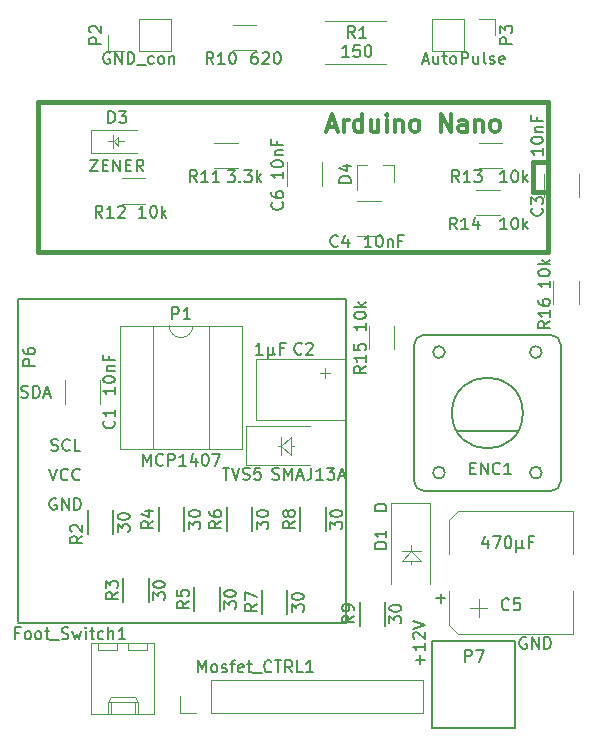
<source format=gbr>
G04 #@! TF.FileFunction,Legend,Top*
%FSLAX46Y46*%
G04 Gerber Fmt 4.6, Leading zero omitted, Abs format (unit mm)*
G04 Created by KiCad (PCBNEW 4.0.4-stable) date 01/17/18 19:17:24*
%MOMM*%
%LPD*%
G01*
G04 APERTURE LIST*
%ADD10C,0.100000*%
%ADD11C,0.200000*%
%ADD12C,0.300000*%
%ADD13C,0.381000*%
%ADD14C,0.150000*%
%ADD15C,0.120000*%
G04 APERTURE END LIST*
D10*
X94100000Y-106800000D02*
X94400000Y-106800000D01*
X93300000Y-106800000D02*
X93000000Y-106800000D01*
X93300000Y-107500000D02*
X93300000Y-107600000D01*
X93300000Y-106800000D02*
X93300000Y-107500000D01*
X93300000Y-106800000D02*
X93300000Y-106000000D01*
X94100000Y-107600000D02*
X94100000Y-107500000D01*
X93300000Y-106800000D02*
X94100000Y-107600000D01*
X94100000Y-106000000D02*
X94100000Y-107500000D01*
X93300000Y-106800000D02*
X94100000Y-106000000D01*
D11*
X105071429Y-125261905D02*
X105071429Y-124500000D01*
X105452381Y-124880952D02*
X104690476Y-124880952D01*
X105452381Y-123500000D02*
X105452381Y-124071429D01*
X105452381Y-123785715D02*
X104452381Y-123785715D01*
X104595238Y-123880953D01*
X104690476Y-123976191D01*
X104738095Y-124071429D01*
X104547619Y-123119048D02*
X104500000Y-123071429D01*
X104452381Y-122976191D01*
X104452381Y-122738095D01*
X104500000Y-122642857D01*
X104547619Y-122595238D01*
X104642857Y-122547619D01*
X104738095Y-122547619D01*
X104880952Y-122595238D01*
X105452381Y-123166667D01*
X105452381Y-122547619D01*
X104452381Y-122261905D02*
X105452381Y-121928572D01*
X104452381Y-121595238D01*
X114038096Y-123000000D02*
X113942858Y-122952381D01*
X113800001Y-122952381D01*
X113657143Y-123000000D01*
X113561905Y-123095238D01*
X113514286Y-123190476D01*
X113466667Y-123380952D01*
X113466667Y-123523810D01*
X113514286Y-123714286D01*
X113561905Y-123809524D01*
X113657143Y-123904762D01*
X113800001Y-123952381D01*
X113895239Y-123952381D01*
X114038096Y-123904762D01*
X114085715Y-123857143D01*
X114085715Y-123523810D01*
X113895239Y-123523810D01*
X114514286Y-123952381D02*
X114514286Y-122952381D01*
X115085715Y-123952381D01*
X115085715Y-122952381D01*
X115561905Y-123952381D02*
X115561905Y-122952381D01*
X115800000Y-122952381D01*
X115942858Y-123000000D01*
X116038096Y-123095238D01*
X116085715Y-123190476D01*
X116133334Y-123380952D01*
X116133334Y-123523810D01*
X116085715Y-123714286D01*
X116038096Y-123809524D01*
X115942858Y-123904762D01*
X115800000Y-123952381D01*
X115561905Y-123952381D01*
D10*
X104300000Y-116500000D02*
X104300000Y-116800000D01*
X104300000Y-115700000D02*
X104300000Y-115200000D01*
X103500000Y-115700000D02*
X105100000Y-115700000D01*
X104300000Y-115700000D02*
X103500000Y-115700000D01*
X104300000Y-115700000D02*
X103500000Y-116500000D01*
X105100000Y-116500000D02*
X104300000Y-115700000D01*
X105000000Y-116500000D02*
X105100000Y-116500000D01*
X103500000Y-116500000D02*
X105000000Y-116500000D01*
X109250000Y-120500000D02*
X110750000Y-120500000D01*
X110000000Y-121250000D02*
X110000000Y-119750000D01*
X79050000Y-81000000D02*
X79050000Y-80450000D01*
X79050000Y-81000000D02*
X79050000Y-81550000D01*
X79050000Y-81000000D02*
X78650000Y-81000000D01*
X79500000Y-81400000D02*
X79500000Y-81000000D01*
X79100000Y-81000000D02*
X79500000Y-81400000D01*
X79500000Y-80600000D02*
X79100000Y-81000000D01*
X79500000Y-81000000D02*
X79500000Y-80600000D01*
X80000000Y-81000000D02*
X79500000Y-81000000D01*
X96600000Y-100600000D02*
X97400000Y-100600000D01*
X97000000Y-100200000D02*
X97000000Y-101000000D01*
D12*
X97214285Y-79750000D02*
X97928571Y-79750000D01*
X97071428Y-80178571D02*
X97571428Y-78678571D01*
X98071428Y-80178571D01*
X98571428Y-80178571D02*
X98571428Y-79178571D01*
X98571428Y-79464286D02*
X98642856Y-79321429D01*
X98714285Y-79250000D01*
X98857142Y-79178571D01*
X98999999Y-79178571D01*
X100142856Y-80178571D02*
X100142856Y-78678571D01*
X100142856Y-80107143D02*
X99999999Y-80178571D01*
X99714285Y-80178571D01*
X99571427Y-80107143D01*
X99499999Y-80035714D01*
X99428570Y-79892857D01*
X99428570Y-79464286D01*
X99499999Y-79321429D01*
X99571427Y-79250000D01*
X99714285Y-79178571D01*
X99999999Y-79178571D01*
X100142856Y-79250000D01*
X101499999Y-79178571D02*
X101499999Y-80178571D01*
X100857142Y-79178571D02*
X100857142Y-79964286D01*
X100928570Y-80107143D01*
X101071428Y-80178571D01*
X101285713Y-80178571D01*
X101428570Y-80107143D01*
X101499999Y-80035714D01*
X102214285Y-80178571D02*
X102214285Y-79178571D01*
X102214285Y-78678571D02*
X102142856Y-78750000D01*
X102214285Y-78821429D01*
X102285713Y-78750000D01*
X102214285Y-78678571D01*
X102214285Y-78821429D01*
X102928571Y-79178571D02*
X102928571Y-80178571D01*
X102928571Y-79321429D02*
X102999999Y-79250000D01*
X103142857Y-79178571D01*
X103357142Y-79178571D01*
X103499999Y-79250000D01*
X103571428Y-79392857D01*
X103571428Y-80178571D01*
X104500000Y-80178571D02*
X104357142Y-80107143D01*
X104285714Y-80035714D01*
X104214285Y-79892857D01*
X104214285Y-79464286D01*
X104285714Y-79321429D01*
X104357142Y-79250000D01*
X104500000Y-79178571D01*
X104714285Y-79178571D01*
X104857142Y-79250000D01*
X104928571Y-79321429D01*
X105000000Y-79464286D01*
X105000000Y-79892857D01*
X104928571Y-80035714D01*
X104857142Y-80107143D01*
X104714285Y-80178571D01*
X104500000Y-80178571D01*
X106785714Y-80178571D02*
X106785714Y-78678571D01*
X107642857Y-80178571D01*
X107642857Y-78678571D01*
X109000000Y-80178571D02*
X109000000Y-79392857D01*
X108928571Y-79250000D01*
X108785714Y-79178571D01*
X108500000Y-79178571D01*
X108357143Y-79250000D01*
X109000000Y-80107143D02*
X108857143Y-80178571D01*
X108500000Y-80178571D01*
X108357143Y-80107143D01*
X108285714Y-79964286D01*
X108285714Y-79821429D01*
X108357143Y-79678571D01*
X108500000Y-79607143D01*
X108857143Y-79607143D01*
X109000000Y-79535714D01*
X109714286Y-79178571D02*
X109714286Y-80178571D01*
X109714286Y-79321429D02*
X109785714Y-79250000D01*
X109928572Y-79178571D01*
X110142857Y-79178571D01*
X110285714Y-79250000D01*
X110357143Y-79392857D01*
X110357143Y-80178571D01*
X111285715Y-80178571D02*
X111142857Y-80107143D01*
X111071429Y-80035714D01*
X111000000Y-79892857D01*
X111000000Y-79464286D01*
X111071429Y-79321429D01*
X111142857Y-79250000D01*
X111285715Y-79178571D01*
X111500000Y-79178571D01*
X111642857Y-79250000D01*
X111714286Y-79321429D01*
X111785715Y-79464286D01*
X111785715Y-79892857D01*
X111714286Y-80035714D01*
X111642857Y-80107143D01*
X111500000Y-80178571D01*
X111285715Y-80178571D01*
D13*
X115860000Y-90350000D02*
X72680000Y-90350000D01*
X72680000Y-90350000D02*
X72680000Y-77650000D01*
X72680000Y-77650000D02*
X115860000Y-77650000D01*
X115860000Y-77650000D02*
X115860000Y-90350000D01*
X115860000Y-82730000D02*
X114590000Y-82730000D01*
X114590000Y-82730000D02*
X114590000Y-85270000D01*
X114590000Y-85270000D02*
X115860000Y-85270000D01*
D14*
X71000000Y-94350000D02*
X98800000Y-94350000D01*
X98800000Y-121650000D02*
X98800000Y-94350000D01*
X71000000Y-121750000D02*
X98800000Y-121750000D01*
X71000000Y-121650000D02*
X71000000Y-94350000D01*
D15*
X91140000Y-99440000D02*
X98760000Y-99440000D01*
X91140000Y-104560000D02*
X98760000Y-104560000D01*
X91140000Y-99440000D02*
X91140000Y-104560000D01*
X98760000Y-99440000D02*
X98760000Y-104560000D01*
X85810000Y-96610000D02*
G75*
G02X83810000Y-96610000I-1000000J0D01*
G01*
X83810000Y-96610000D02*
X82440000Y-96610000D01*
X82440000Y-96610000D02*
X82440000Y-107010000D01*
X82440000Y-107010000D02*
X87180000Y-107010000D01*
X87180000Y-107010000D02*
X87180000Y-96610000D01*
X87180000Y-96610000D02*
X85810000Y-96610000D01*
X79610000Y-96610000D02*
X79610000Y-107010000D01*
X79610000Y-107010000D02*
X90010000Y-107010000D01*
X90010000Y-107010000D02*
X90010000Y-96610000D01*
X90010000Y-96610000D02*
X79610000Y-96610000D01*
X81270000Y-73390000D02*
X83930000Y-73390000D01*
X83930000Y-73390000D02*
X83930000Y-70610000D01*
X83930000Y-70610000D02*
X81270000Y-70610000D01*
X81270000Y-70610000D02*
X81270000Y-73390000D01*
X80000000Y-73390000D02*
X78610000Y-73390000D01*
X78610000Y-73390000D02*
X78610000Y-72000000D01*
X108730000Y-70610000D02*
X106070000Y-70610000D01*
X106070000Y-70610000D02*
X106070000Y-73390000D01*
X106070000Y-73390000D02*
X108730000Y-73390000D01*
X108730000Y-73390000D02*
X108730000Y-70610000D01*
X110000000Y-70610000D02*
X111390000Y-70610000D01*
X111390000Y-70610000D02*
X111390000Y-72000000D01*
D14*
X79075000Y-112250000D02*
X79075000Y-114250000D01*
X76925000Y-114250000D02*
X76925000Y-112250000D01*
X82075000Y-118000000D02*
X82075000Y-120000000D01*
X79925000Y-120000000D02*
X79925000Y-118000000D01*
X85075000Y-112000000D02*
X85075000Y-114000000D01*
X82925000Y-114000000D02*
X82925000Y-112000000D01*
X88075000Y-118750000D02*
X88075000Y-120750000D01*
X85925000Y-120750000D02*
X85925000Y-118750000D01*
X90825000Y-112000000D02*
X90825000Y-114000000D01*
X88675000Y-114000000D02*
X88675000Y-112000000D01*
X93825000Y-119000000D02*
X93825000Y-121000000D01*
X91675000Y-121000000D02*
X91675000Y-119000000D01*
X97075000Y-112000000D02*
X97075000Y-114000000D01*
X94925000Y-114000000D02*
X94925000Y-112000000D01*
X102075000Y-120000000D02*
X102075000Y-122000000D01*
X99925000Y-122000000D02*
X99925000Y-120000000D01*
D15*
X87370000Y-129390000D02*
X105270000Y-129390000D01*
X105270000Y-129390000D02*
X105270000Y-126610000D01*
X105270000Y-126610000D02*
X87370000Y-126610000D01*
X87370000Y-126610000D02*
X87370000Y-129390000D01*
X86100000Y-129390000D02*
X84710000Y-129390000D01*
X84710000Y-129390000D02*
X84710000Y-128000000D01*
X77980000Y-103250000D02*
X77980000Y-101250000D01*
X75020000Y-101250000D02*
X75020000Y-103250000D01*
X105900000Y-111600000D02*
X102600000Y-111600000D01*
X102600000Y-111600000D02*
X102600000Y-118500000D01*
X105900000Y-111600000D02*
X105900000Y-118500000D01*
X115520000Y-83750000D02*
X115520000Y-85750000D01*
X118480000Y-85750000D02*
X118480000Y-83750000D01*
X99750000Y-88980000D02*
X101750000Y-88980000D01*
X101750000Y-86020000D02*
X99750000Y-86020000D01*
X107540000Y-113050000D02*
X107540000Y-115940000D01*
X107540000Y-121950000D02*
X107540000Y-119060000D01*
X117960000Y-122710000D02*
X117960000Y-119060000D01*
X117960000Y-112290000D02*
X117960000Y-115940000D01*
X117960000Y-122710000D02*
X108300000Y-122710000D01*
X108300000Y-122710000D02*
X107540000Y-121950000D01*
X107540000Y-113050000D02*
X108300000Y-112290000D01*
X108300000Y-112290000D02*
X117960000Y-112290000D01*
X93770000Y-82750000D02*
X93770000Y-84750000D01*
X96730000Y-84750000D02*
X96730000Y-82750000D01*
X102830000Y-82990000D02*
X101900000Y-82990000D01*
X99670000Y-82990000D02*
X100600000Y-82990000D01*
X99670000Y-82990000D02*
X99670000Y-85150000D01*
X102830000Y-82990000D02*
X102830000Y-84450000D01*
X77230000Y-123480000D02*
X77230000Y-129480000D01*
X77230000Y-129480000D02*
X82510000Y-129480000D01*
X82510000Y-129480000D02*
X82510000Y-123480000D01*
X82510000Y-123480000D02*
X77230000Y-123480000D01*
X78600000Y-129480000D02*
X78600000Y-128480000D01*
X78600000Y-128480000D02*
X81140000Y-128480000D01*
X81140000Y-128480000D02*
X81140000Y-129480000D01*
X78600000Y-128480000D02*
X78850000Y-128050000D01*
X78850000Y-128050000D02*
X80890000Y-128050000D01*
X80890000Y-128050000D02*
X81140000Y-128480000D01*
X78850000Y-129480000D02*
X78850000Y-128480000D01*
X80890000Y-129480000D02*
X80890000Y-128480000D01*
X77800000Y-123480000D02*
X77800000Y-124100000D01*
X77800000Y-124100000D02*
X79400000Y-124100000D01*
X79400000Y-124100000D02*
X79400000Y-123480000D01*
X80340000Y-123480000D02*
X80340000Y-124100000D01*
X80340000Y-124100000D02*
X81940000Y-124100000D01*
X81940000Y-124100000D02*
X81940000Y-123480000D01*
X97000000Y-70780000D02*
X102200000Y-70780000D01*
X102200000Y-74420000D02*
X97000000Y-74420000D01*
X89200000Y-71130000D02*
X91200000Y-71130000D01*
X91200000Y-73270000D02*
X89200000Y-73270000D01*
X89600000Y-83270000D02*
X87600000Y-83270000D01*
X87600000Y-81130000D02*
X89600000Y-81130000D01*
X79800000Y-84130000D02*
X81800000Y-84130000D01*
X81800000Y-86270000D02*
X79800000Y-86270000D01*
X112000000Y-83270000D02*
X110000000Y-83270000D01*
X110000000Y-81130000D02*
X112000000Y-81130000D01*
X111800000Y-87270000D02*
X109800000Y-87270000D01*
X109800000Y-85130000D02*
X111800000Y-85130000D01*
X100730000Y-98600000D02*
X100730000Y-96600000D01*
X102870000Y-96600000D02*
X102870000Y-98600000D01*
X118470000Y-92800000D02*
X118470000Y-94800000D01*
X116330000Y-94800000D02*
X116330000Y-92800000D01*
D11*
X115350000Y-98850000D02*
G75*
G03X115350000Y-98850000I-500000J0D01*
G01*
X107150000Y-98850000D02*
G75*
G03X107150000Y-98850000I-500000J0D01*
G01*
X107150000Y-109050000D02*
G75*
G03X107150000Y-109050000I-500000J0D01*
G01*
X115350000Y-109050000D02*
G75*
G03X115350000Y-109050000I-500000J0D01*
G01*
X116950000Y-98200000D02*
X116950000Y-109800000D01*
X104550000Y-109800000D02*
X104550000Y-98200000D01*
X116150000Y-110600000D02*
X105350000Y-110600000D01*
X116150000Y-97400000D02*
X105350000Y-97400000D01*
X116150000Y-110600000D02*
G75*
G03X116950000Y-109800000I0J800000D01*
G01*
X116950000Y-98200000D02*
G75*
G03X116150000Y-97400000I-800000J0D01*
G01*
X105350000Y-97400000D02*
G75*
G03X104550000Y-98200000I0J-800000D01*
G01*
X104550000Y-109800000D02*
G75*
G03X105350000Y-110600000I800000J0D01*
G01*
X113350000Y-105500000D02*
X108150000Y-105500000D01*
X113750000Y-104000000D02*
G75*
G03X113750000Y-104000000I-3000000J0D01*
G01*
D15*
X77150000Y-80000000D02*
X77150000Y-82000000D01*
X77150000Y-82000000D02*
X81050000Y-82000000D01*
X77150000Y-80000000D02*
X81050000Y-80000000D01*
D14*
X106100000Y-130700000D02*
X113100000Y-130700000D01*
X113100000Y-123300000D02*
X106100000Y-123300000D01*
X113100000Y-123300000D02*
X113100000Y-130700000D01*
X106100000Y-130700000D02*
X106100000Y-123300000D01*
D15*
X90300000Y-105100000D02*
X90300000Y-108400000D01*
X90300000Y-108400000D02*
X95700000Y-108400000D01*
X90300000Y-105100000D02*
X95700000Y-105100000D01*
D14*
X72452381Y-99988095D02*
X71452381Y-99988095D01*
X71452381Y-99607142D01*
X71500000Y-99511904D01*
X71547619Y-99464285D01*
X71642857Y-99416666D01*
X71785714Y-99416666D01*
X71880952Y-99464285D01*
X71928571Y-99511904D01*
X71976190Y-99607142D01*
X71976190Y-99988095D01*
X71452381Y-98559523D02*
X71452381Y-98750000D01*
X71500000Y-98845238D01*
X71547619Y-98892857D01*
X71690476Y-98988095D01*
X71880952Y-99035714D01*
X72261905Y-99035714D01*
X72357143Y-98988095D01*
X72404762Y-98940476D01*
X72452381Y-98845238D01*
X72452381Y-98654761D01*
X72404762Y-98559523D01*
X72357143Y-98511904D01*
X72261905Y-98464285D01*
X72023810Y-98464285D01*
X71928571Y-98511904D01*
X71880952Y-98559523D01*
X71833333Y-98654761D01*
X71833333Y-98845238D01*
X71880952Y-98940476D01*
X71928571Y-98988095D01*
X72023810Y-99035714D01*
X71285714Y-102654762D02*
X71428571Y-102702381D01*
X71666667Y-102702381D01*
X71761905Y-102654762D01*
X71809524Y-102607143D01*
X71857143Y-102511905D01*
X71857143Y-102416667D01*
X71809524Y-102321429D01*
X71761905Y-102273810D01*
X71666667Y-102226190D01*
X71476190Y-102178571D01*
X71380952Y-102130952D01*
X71333333Y-102083333D01*
X71285714Y-101988095D01*
X71285714Y-101892857D01*
X71333333Y-101797619D01*
X71380952Y-101750000D01*
X71476190Y-101702381D01*
X71714286Y-101702381D01*
X71857143Y-101750000D01*
X72285714Y-102702381D02*
X72285714Y-101702381D01*
X72523809Y-101702381D01*
X72666667Y-101750000D01*
X72761905Y-101845238D01*
X72809524Y-101940476D01*
X72857143Y-102130952D01*
X72857143Y-102273810D01*
X72809524Y-102464286D01*
X72761905Y-102559524D01*
X72666667Y-102654762D01*
X72523809Y-102702381D01*
X72285714Y-102702381D01*
X73238095Y-102416667D02*
X73714286Y-102416667D01*
X73142857Y-102702381D02*
X73476190Y-101702381D01*
X73809524Y-102702381D01*
X73809524Y-107154762D02*
X73952381Y-107202381D01*
X74190477Y-107202381D01*
X74285715Y-107154762D01*
X74333334Y-107107143D01*
X74380953Y-107011905D01*
X74380953Y-106916667D01*
X74333334Y-106821429D01*
X74285715Y-106773810D01*
X74190477Y-106726190D01*
X74000000Y-106678571D01*
X73904762Y-106630952D01*
X73857143Y-106583333D01*
X73809524Y-106488095D01*
X73809524Y-106392857D01*
X73857143Y-106297619D01*
X73904762Y-106250000D01*
X74000000Y-106202381D01*
X74238096Y-106202381D01*
X74380953Y-106250000D01*
X75380953Y-107107143D02*
X75333334Y-107154762D01*
X75190477Y-107202381D01*
X75095239Y-107202381D01*
X74952381Y-107154762D01*
X74857143Y-107059524D01*
X74809524Y-106964286D01*
X74761905Y-106773810D01*
X74761905Y-106630952D01*
X74809524Y-106440476D01*
X74857143Y-106345238D01*
X74952381Y-106250000D01*
X75095239Y-106202381D01*
X75190477Y-106202381D01*
X75333334Y-106250000D01*
X75380953Y-106297619D01*
X76285715Y-107202381D02*
X75809524Y-107202381D01*
X75809524Y-106202381D01*
X74238096Y-111250000D02*
X74142858Y-111202381D01*
X74000001Y-111202381D01*
X73857143Y-111250000D01*
X73761905Y-111345238D01*
X73714286Y-111440476D01*
X73666667Y-111630952D01*
X73666667Y-111773810D01*
X73714286Y-111964286D01*
X73761905Y-112059524D01*
X73857143Y-112154762D01*
X74000001Y-112202381D01*
X74095239Y-112202381D01*
X74238096Y-112154762D01*
X74285715Y-112107143D01*
X74285715Y-111773810D01*
X74095239Y-111773810D01*
X74714286Y-112202381D02*
X74714286Y-111202381D01*
X75285715Y-112202381D01*
X75285715Y-111202381D01*
X75761905Y-112202381D02*
X75761905Y-111202381D01*
X76000000Y-111202381D01*
X76142858Y-111250000D01*
X76238096Y-111345238D01*
X76285715Y-111440476D01*
X76333334Y-111630952D01*
X76333334Y-111773810D01*
X76285715Y-111964286D01*
X76238096Y-112059524D01*
X76142858Y-112154762D01*
X76000000Y-112202381D01*
X75761905Y-112202381D01*
X73666667Y-108702381D02*
X74000000Y-109702381D01*
X74333334Y-108702381D01*
X75238096Y-109607143D02*
X75190477Y-109654762D01*
X75047620Y-109702381D01*
X74952382Y-109702381D01*
X74809524Y-109654762D01*
X74714286Y-109559524D01*
X74666667Y-109464286D01*
X74619048Y-109273810D01*
X74619048Y-109130952D01*
X74666667Y-108940476D01*
X74714286Y-108845238D01*
X74809524Y-108750000D01*
X74952382Y-108702381D01*
X75047620Y-108702381D01*
X75190477Y-108750000D01*
X75238096Y-108797619D01*
X76238096Y-109607143D02*
X76190477Y-109654762D01*
X76047620Y-109702381D01*
X75952382Y-109702381D01*
X75809524Y-109654762D01*
X75714286Y-109559524D01*
X75666667Y-109464286D01*
X75619048Y-109273810D01*
X75619048Y-109130952D01*
X75666667Y-108940476D01*
X75714286Y-108845238D01*
X75809524Y-108750000D01*
X75952382Y-108702381D01*
X76047620Y-108702381D01*
X76190477Y-108750000D01*
X76238096Y-108797619D01*
X95033334Y-98957143D02*
X94985715Y-99004762D01*
X94842858Y-99052381D01*
X94747620Y-99052381D01*
X94604762Y-99004762D01*
X94509524Y-98909524D01*
X94461905Y-98814286D01*
X94414286Y-98623810D01*
X94414286Y-98480952D01*
X94461905Y-98290476D01*
X94509524Y-98195238D01*
X94604762Y-98100000D01*
X94747620Y-98052381D01*
X94842858Y-98052381D01*
X94985715Y-98100000D01*
X95033334Y-98147619D01*
X95414286Y-98147619D02*
X95461905Y-98100000D01*
X95557143Y-98052381D01*
X95795239Y-98052381D01*
X95890477Y-98100000D01*
X95938096Y-98147619D01*
X95985715Y-98242857D01*
X95985715Y-98338095D01*
X95938096Y-98480952D01*
X95366667Y-99052381D01*
X95985715Y-99052381D01*
X91733334Y-99052381D02*
X91161905Y-99052381D01*
X91447619Y-99052381D02*
X91447619Y-98052381D01*
X91352381Y-98195238D01*
X91257143Y-98290476D01*
X91161905Y-98338095D01*
X92161905Y-98385714D02*
X92161905Y-99385714D01*
X92638096Y-98909524D02*
X92685715Y-99004762D01*
X92780953Y-99052381D01*
X92161905Y-98909524D02*
X92209524Y-99004762D01*
X92304762Y-99052381D01*
X92495239Y-99052381D01*
X92590477Y-99004762D01*
X92638096Y-98909524D01*
X92638096Y-98385714D01*
X93542858Y-98528571D02*
X93209524Y-98528571D01*
X93209524Y-99052381D02*
X93209524Y-98052381D01*
X93685715Y-98052381D01*
X84071905Y-96062381D02*
X84071905Y-95062381D01*
X84452858Y-95062381D01*
X84548096Y-95110000D01*
X84595715Y-95157619D01*
X84643334Y-95252857D01*
X84643334Y-95395714D01*
X84595715Y-95490952D01*
X84548096Y-95538571D01*
X84452858Y-95586190D01*
X84071905Y-95586190D01*
X85595715Y-96062381D02*
X85024286Y-96062381D01*
X85310000Y-96062381D02*
X85310000Y-95062381D01*
X85214762Y-95205238D01*
X85119524Y-95300476D01*
X85024286Y-95348095D01*
X81571905Y-108462381D02*
X81571905Y-107462381D01*
X81905239Y-108176667D01*
X82238572Y-107462381D01*
X82238572Y-108462381D01*
X83286191Y-108367143D02*
X83238572Y-108414762D01*
X83095715Y-108462381D01*
X83000477Y-108462381D01*
X82857619Y-108414762D01*
X82762381Y-108319524D01*
X82714762Y-108224286D01*
X82667143Y-108033810D01*
X82667143Y-107890952D01*
X82714762Y-107700476D01*
X82762381Y-107605238D01*
X82857619Y-107510000D01*
X83000477Y-107462381D01*
X83095715Y-107462381D01*
X83238572Y-107510000D01*
X83286191Y-107557619D01*
X83714762Y-108462381D02*
X83714762Y-107462381D01*
X84095715Y-107462381D01*
X84190953Y-107510000D01*
X84238572Y-107557619D01*
X84286191Y-107652857D01*
X84286191Y-107795714D01*
X84238572Y-107890952D01*
X84190953Y-107938571D01*
X84095715Y-107986190D01*
X83714762Y-107986190D01*
X85238572Y-108462381D02*
X84667143Y-108462381D01*
X84952857Y-108462381D02*
X84952857Y-107462381D01*
X84857619Y-107605238D01*
X84762381Y-107700476D01*
X84667143Y-107748095D01*
X86095715Y-107795714D02*
X86095715Y-108462381D01*
X85857619Y-107414762D02*
X85619524Y-108129048D01*
X86238572Y-108129048D01*
X86810000Y-107462381D02*
X86905239Y-107462381D01*
X87000477Y-107510000D01*
X87048096Y-107557619D01*
X87095715Y-107652857D01*
X87143334Y-107843333D01*
X87143334Y-108081429D01*
X87095715Y-108271905D01*
X87048096Y-108367143D01*
X87000477Y-108414762D01*
X86905239Y-108462381D01*
X86810000Y-108462381D01*
X86714762Y-108414762D01*
X86667143Y-108367143D01*
X86619524Y-108271905D01*
X86571905Y-108081429D01*
X86571905Y-107843333D01*
X86619524Y-107652857D01*
X86667143Y-107557619D01*
X86714762Y-107510000D01*
X86810000Y-107462381D01*
X87476667Y-107462381D02*
X88143334Y-107462381D01*
X87714762Y-108462381D01*
X78062381Y-72738095D02*
X77062381Y-72738095D01*
X77062381Y-72357142D01*
X77110000Y-72261904D01*
X77157619Y-72214285D01*
X77252857Y-72166666D01*
X77395714Y-72166666D01*
X77490952Y-72214285D01*
X77538571Y-72261904D01*
X77586190Y-72357142D01*
X77586190Y-72738095D01*
X77157619Y-71785714D02*
X77110000Y-71738095D01*
X77062381Y-71642857D01*
X77062381Y-71404761D01*
X77110000Y-71309523D01*
X77157619Y-71261904D01*
X77252857Y-71214285D01*
X77348095Y-71214285D01*
X77490952Y-71261904D01*
X78062381Y-71833333D01*
X78062381Y-71214285D01*
X78773810Y-73500000D02*
X78678572Y-73452381D01*
X78535715Y-73452381D01*
X78392857Y-73500000D01*
X78297619Y-73595238D01*
X78250000Y-73690476D01*
X78202381Y-73880952D01*
X78202381Y-74023810D01*
X78250000Y-74214286D01*
X78297619Y-74309524D01*
X78392857Y-74404762D01*
X78535715Y-74452381D01*
X78630953Y-74452381D01*
X78773810Y-74404762D01*
X78821429Y-74357143D01*
X78821429Y-74023810D01*
X78630953Y-74023810D01*
X79250000Y-74452381D02*
X79250000Y-73452381D01*
X79821429Y-74452381D01*
X79821429Y-73452381D01*
X80297619Y-74452381D02*
X80297619Y-73452381D01*
X80535714Y-73452381D01*
X80678572Y-73500000D01*
X80773810Y-73595238D01*
X80821429Y-73690476D01*
X80869048Y-73880952D01*
X80869048Y-74023810D01*
X80821429Y-74214286D01*
X80773810Y-74309524D01*
X80678572Y-74404762D01*
X80535714Y-74452381D01*
X80297619Y-74452381D01*
X81059524Y-74547619D02*
X81821429Y-74547619D01*
X82488096Y-74404762D02*
X82392858Y-74452381D01*
X82202381Y-74452381D01*
X82107143Y-74404762D01*
X82059524Y-74357143D01*
X82011905Y-74261905D01*
X82011905Y-73976190D01*
X82059524Y-73880952D01*
X82107143Y-73833333D01*
X82202381Y-73785714D01*
X82392858Y-73785714D01*
X82488096Y-73833333D01*
X83059524Y-74452381D02*
X82964286Y-74404762D01*
X82916667Y-74357143D01*
X82869048Y-74261905D01*
X82869048Y-73976190D01*
X82916667Y-73880952D01*
X82964286Y-73833333D01*
X83059524Y-73785714D01*
X83202382Y-73785714D01*
X83297620Y-73833333D01*
X83345239Y-73880952D01*
X83392858Y-73976190D01*
X83392858Y-74261905D01*
X83345239Y-74357143D01*
X83297620Y-74404762D01*
X83202382Y-74452381D01*
X83059524Y-74452381D01*
X83821429Y-73785714D02*
X83821429Y-74452381D01*
X83821429Y-73880952D02*
X83869048Y-73833333D01*
X83964286Y-73785714D01*
X84107144Y-73785714D01*
X84202382Y-73833333D01*
X84250001Y-73928571D01*
X84250001Y-74452381D01*
X112842381Y-72738095D02*
X111842381Y-72738095D01*
X111842381Y-72357142D01*
X111890000Y-72261904D01*
X111937619Y-72214285D01*
X112032857Y-72166666D01*
X112175714Y-72166666D01*
X112270952Y-72214285D01*
X112318571Y-72261904D01*
X112366190Y-72357142D01*
X112366190Y-72738095D01*
X111842381Y-71833333D02*
X111842381Y-71214285D01*
X112223333Y-71547619D01*
X112223333Y-71404761D01*
X112270952Y-71309523D01*
X112318571Y-71261904D01*
X112413810Y-71214285D01*
X112651905Y-71214285D01*
X112747143Y-71261904D01*
X112794762Y-71309523D01*
X112842381Y-71404761D01*
X112842381Y-71690476D01*
X112794762Y-71785714D01*
X112747143Y-71833333D01*
X105273809Y-74166667D02*
X105750000Y-74166667D01*
X105178571Y-74452381D02*
X105511904Y-73452381D01*
X105845238Y-74452381D01*
X106607143Y-73785714D02*
X106607143Y-74452381D01*
X106178571Y-73785714D02*
X106178571Y-74309524D01*
X106226190Y-74404762D01*
X106321428Y-74452381D01*
X106464286Y-74452381D01*
X106559524Y-74404762D01*
X106607143Y-74357143D01*
X106940476Y-73785714D02*
X107321428Y-73785714D01*
X107083333Y-73452381D02*
X107083333Y-74309524D01*
X107130952Y-74404762D01*
X107226190Y-74452381D01*
X107321428Y-74452381D01*
X107797619Y-74452381D02*
X107702381Y-74404762D01*
X107654762Y-74357143D01*
X107607143Y-74261905D01*
X107607143Y-73976190D01*
X107654762Y-73880952D01*
X107702381Y-73833333D01*
X107797619Y-73785714D01*
X107940477Y-73785714D01*
X108035715Y-73833333D01*
X108083334Y-73880952D01*
X108130953Y-73976190D01*
X108130953Y-74261905D01*
X108083334Y-74357143D01*
X108035715Y-74404762D01*
X107940477Y-74452381D01*
X107797619Y-74452381D01*
X108559524Y-74452381D02*
X108559524Y-73452381D01*
X108940477Y-73452381D01*
X109035715Y-73500000D01*
X109083334Y-73547619D01*
X109130953Y-73642857D01*
X109130953Y-73785714D01*
X109083334Y-73880952D01*
X109035715Y-73928571D01*
X108940477Y-73976190D01*
X108559524Y-73976190D01*
X109988096Y-73785714D02*
X109988096Y-74452381D01*
X109559524Y-73785714D02*
X109559524Y-74309524D01*
X109607143Y-74404762D01*
X109702381Y-74452381D01*
X109845239Y-74452381D01*
X109940477Y-74404762D01*
X109988096Y-74357143D01*
X110607143Y-74452381D02*
X110511905Y-74404762D01*
X110464286Y-74309524D01*
X110464286Y-73452381D01*
X110940477Y-74404762D02*
X111035715Y-74452381D01*
X111226191Y-74452381D01*
X111321430Y-74404762D01*
X111369049Y-74309524D01*
X111369049Y-74261905D01*
X111321430Y-74166667D01*
X111226191Y-74119048D01*
X111083334Y-74119048D01*
X110988096Y-74071429D01*
X110940477Y-73976190D01*
X110940477Y-73928571D01*
X110988096Y-73833333D01*
X111083334Y-73785714D01*
X111226191Y-73785714D01*
X111321430Y-73833333D01*
X112178573Y-74404762D02*
X112083335Y-74452381D01*
X111892858Y-74452381D01*
X111797620Y-74404762D01*
X111750001Y-74309524D01*
X111750001Y-73928571D01*
X111797620Y-73833333D01*
X111892858Y-73785714D01*
X112083335Y-73785714D01*
X112178573Y-73833333D01*
X112226192Y-73928571D01*
X112226192Y-74023810D01*
X111750001Y-74119048D01*
X76452381Y-114416666D02*
X75976190Y-114750000D01*
X76452381Y-114988095D02*
X75452381Y-114988095D01*
X75452381Y-114607142D01*
X75500000Y-114511904D01*
X75547619Y-114464285D01*
X75642857Y-114416666D01*
X75785714Y-114416666D01*
X75880952Y-114464285D01*
X75928571Y-114511904D01*
X75976190Y-114607142D01*
X75976190Y-114988095D01*
X75547619Y-114035714D02*
X75500000Y-113988095D01*
X75452381Y-113892857D01*
X75452381Y-113654761D01*
X75500000Y-113559523D01*
X75547619Y-113511904D01*
X75642857Y-113464285D01*
X75738095Y-113464285D01*
X75880952Y-113511904D01*
X76452381Y-114083333D01*
X76452381Y-113464285D01*
X79452381Y-114059524D02*
X79452381Y-113440476D01*
X79833333Y-113773810D01*
X79833333Y-113630952D01*
X79880952Y-113535714D01*
X79928571Y-113488095D01*
X80023810Y-113440476D01*
X80261905Y-113440476D01*
X80357143Y-113488095D01*
X80404762Y-113535714D01*
X80452381Y-113630952D01*
X80452381Y-113916667D01*
X80404762Y-114011905D01*
X80357143Y-114059524D01*
X79452381Y-112821429D02*
X79452381Y-112726190D01*
X79500000Y-112630952D01*
X79547619Y-112583333D01*
X79642857Y-112535714D01*
X79833333Y-112488095D01*
X80071429Y-112488095D01*
X80261905Y-112535714D01*
X80357143Y-112583333D01*
X80404762Y-112630952D01*
X80452381Y-112726190D01*
X80452381Y-112821429D01*
X80404762Y-112916667D01*
X80357143Y-112964286D01*
X80261905Y-113011905D01*
X80071429Y-113059524D01*
X79833333Y-113059524D01*
X79642857Y-113011905D01*
X79547619Y-112964286D01*
X79500000Y-112916667D01*
X79452381Y-112821429D01*
X79452381Y-119166666D02*
X78976190Y-119500000D01*
X79452381Y-119738095D02*
X78452381Y-119738095D01*
X78452381Y-119357142D01*
X78500000Y-119261904D01*
X78547619Y-119214285D01*
X78642857Y-119166666D01*
X78785714Y-119166666D01*
X78880952Y-119214285D01*
X78928571Y-119261904D01*
X78976190Y-119357142D01*
X78976190Y-119738095D01*
X78452381Y-118833333D02*
X78452381Y-118214285D01*
X78833333Y-118547619D01*
X78833333Y-118404761D01*
X78880952Y-118309523D01*
X78928571Y-118261904D01*
X79023810Y-118214285D01*
X79261905Y-118214285D01*
X79357143Y-118261904D01*
X79404762Y-118309523D01*
X79452381Y-118404761D01*
X79452381Y-118690476D01*
X79404762Y-118785714D01*
X79357143Y-118833333D01*
X82452381Y-119809524D02*
X82452381Y-119190476D01*
X82833333Y-119523810D01*
X82833333Y-119380952D01*
X82880952Y-119285714D01*
X82928571Y-119238095D01*
X83023810Y-119190476D01*
X83261905Y-119190476D01*
X83357143Y-119238095D01*
X83404762Y-119285714D01*
X83452381Y-119380952D01*
X83452381Y-119666667D01*
X83404762Y-119761905D01*
X83357143Y-119809524D01*
X82452381Y-118571429D02*
X82452381Y-118476190D01*
X82500000Y-118380952D01*
X82547619Y-118333333D01*
X82642857Y-118285714D01*
X82833333Y-118238095D01*
X83071429Y-118238095D01*
X83261905Y-118285714D01*
X83357143Y-118333333D01*
X83404762Y-118380952D01*
X83452381Y-118476190D01*
X83452381Y-118571429D01*
X83404762Y-118666667D01*
X83357143Y-118714286D01*
X83261905Y-118761905D01*
X83071429Y-118809524D01*
X82833333Y-118809524D01*
X82642857Y-118761905D01*
X82547619Y-118714286D01*
X82500000Y-118666667D01*
X82452381Y-118571429D01*
X82452381Y-113166666D02*
X81976190Y-113500000D01*
X82452381Y-113738095D02*
X81452381Y-113738095D01*
X81452381Y-113357142D01*
X81500000Y-113261904D01*
X81547619Y-113214285D01*
X81642857Y-113166666D01*
X81785714Y-113166666D01*
X81880952Y-113214285D01*
X81928571Y-113261904D01*
X81976190Y-113357142D01*
X81976190Y-113738095D01*
X81785714Y-112309523D02*
X82452381Y-112309523D01*
X81404762Y-112547619D02*
X82119048Y-112785714D01*
X82119048Y-112166666D01*
X85452381Y-113809524D02*
X85452381Y-113190476D01*
X85833333Y-113523810D01*
X85833333Y-113380952D01*
X85880952Y-113285714D01*
X85928571Y-113238095D01*
X86023810Y-113190476D01*
X86261905Y-113190476D01*
X86357143Y-113238095D01*
X86404762Y-113285714D01*
X86452381Y-113380952D01*
X86452381Y-113666667D01*
X86404762Y-113761905D01*
X86357143Y-113809524D01*
X85452381Y-112571429D02*
X85452381Y-112476190D01*
X85500000Y-112380952D01*
X85547619Y-112333333D01*
X85642857Y-112285714D01*
X85833333Y-112238095D01*
X86071429Y-112238095D01*
X86261905Y-112285714D01*
X86357143Y-112333333D01*
X86404762Y-112380952D01*
X86452381Y-112476190D01*
X86452381Y-112571429D01*
X86404762Y-112666667D01*
X86357143Y-112714286D01*
X86261905Y-112761905D01*
X86071429Y-112809524D01*
X85833333Y-112809524D01*
X85642857Y-112761905D01*
X85547619Y-112714286D01*
X85500000Y-112666667D01*
X85452381Y-112571429D01*
X85452381Y-119916666D02*
X84976190Y-120250000D01*
X85452381Y-120488095D02*
X84452381Y-120488095D01*
X84452381Y-120107142D01*
X84500000Y-120011904D01*
X84547619Y-119964285D01*
X84642857Y-119916666D01*
X84785714Y-119916666D01*
X84880952Y-119964285D01*
X84928571Y-120011904D01*
X84976190Y-120107142D01*
X84976190Y-120488095D01*
X84452381Y-119011904D02*
X84452381Y-119488095D01*
X84928571Y-119535714D01*
X84880952Y-119488095D01*
X84833333Y-119392857D01*
X84833333Y-119154761D01*
X84880952Y-119059523D01*
X84928571Y-119011904D01*
X85023810Y-118964285D01*
X85261905Y-118964285D01*
X85357143Y-119011904D01*
X85404762Y-119059523D01*
X85452381Y-119154761D01*
X85452381Y-119392857D01*
X85404762Y-119488095D01*
X85357143Y-119535714D01*
X88452381Y-120559524D02*
X88452381Y-119940476D01*
X88833333Y-120273810D01*
X88833333Y-120130952D01*
X88880952Y-120035714D01*
X88928571Y-119988095D01*
X89023810Y-119940476D01*
X89261905Y-119940476D01*
X89357143Y-119988095D01*
X89404762Y-120035714D01*
X89452381Y-120130952D01*
X89452381Y-120416667D01*
X89404762Y-120511905D01*
X89357143Y-120559524D01*
X88452381Y-119321429D02*
X88452381Y-119226190D01*
X88500000Y-119130952D01*
X88547619Y-119083333D01*
X88642857Y-119035714D01*
X88833333Y-118988095D01*
X89071429Y-118988095D01*
X89261905Y-119035714D01*
X89357143Y-119083333D01*
X89404762Y-119130952D01*
X89452381Y-119226190D01*
X89452381Y-119321429D01*
X89404762Y-119416667D01*
X89357143Y-119464286D01*
X89261905Y-119511905D01*
X89071429Y-119559524D01*
X88833333Y-119559524D01*
X88642857Y-119511905D01*
X88547619Y-119464286D01*
X88500000Y-119416667D01*
X88452381Y-119321429D01*
X88202381Y-113166666D02*
X87726190Y-113500000D01*
X88202381Y-113738095D02*
X87202381Y-113738095D01*
X87202381Y-113357142D01*
X87250000Y-113261904D01*
X87297619Y-113214285D01*
X87392857Y-113166666D01*
X87535714Y-113166666D01*
X87630952Y-113214285D01*
X87678571Y-113261904D01*
X87726190Y-113357142D01*
X87726190Y-113738095D01*
X87202381Y-112309523D02*
X87202381Y-112500000D01*
X87250000Y-112595238D01*
X87297619Y-112642857D01*
X87440476Y-112738095D01*
X87630952Y-112785714D01*
X88011905Y-112785714D01*
X88107143Y-112738095D01*
X88154762Y-112690476D01*
X88202381Y-112595238D01*
X88202381Y-112404761D01*
X88154762Y-112309523D01*
X88107143Y-112261904D01*
X88011905Y-112214285D01*
X87773810Y-112214285D01*
X87678571Y-112261904D01*
X87630952Y-112309523D01*
X87583333Y-112404761D01*
X87583333Y-112595238D01*
X87630952Y-112690476D01*
X87678571Y-112738095D01*
X87773810Y-112785714D01*
X91202381Y-113809524D02*
X91202381Y-113190476D01*
X91583333Y-113523810D01*
X91583333Y-113380952D01*
X91630952Y-113285714D01*
X91678571Y-113238095D01*
X91773810Y-113190476D01*
X92011905Y-113190476D01*
X92107143Y-113238095D01*
X92154762Y-113285714D01*
X92202381Y-113380952D01*
X92202381Y-113666667D01*
X92154762Y-113761905D01*
X92107143Y-113809524D01*
X91202381Y-112571429D02*
X91202381Y-112476190D01*
X91250000Y-112380952D01*
X91297619Y-112333333D01*
X91392857Y-112285714D01*
X91583333Y-112238095D01*
X91821429Y-112238095D01*
X92011905Y-112285714D01*
X92107143Y-112333333D01*
X92154762Y-112380952D01*
X92202381Y-112476190D01*
X92202381Y-112571429D01*
X92154762Y-112666667D01*
X92107143Y-112714286D01*
X92011905Y-112761905D01*
X91821429Y-112809524D01*
X91583333Y-112809524D01*
X91392857Y-112761905D01*
X91297619Y-112714286D01*
X91250000Y-112666667D01*
X91202381Y-112571429D01*
X91202381Y-120166666D02*
X90726190Y-120500000D01*
X91202381Y-120738095D02*
X90202381Y-120738095D01*
X90202381Y-120357142D01*
X90250000Y-120261904D01*
X90297619Y-120214285D01*
X90392857Y-120166666D01*
X90535714Y-120166666D01*
X90630952Y-120214285D01*
X90678571Y-120261904D01*
X90726190Y-120357142D01*
X90726190Y-120738095D01*
X90202381Y-119833333D02*
X90202381Y-119166666D01*
X91202381Y-119595238D01*
X94202381Y-120809524D02*
X94202381Y-120190476D01*
X94583333Y-120523810D01*
X94583333Y-120380952D01*
X94630952Y-120285714D01*
X94678571Y-120238095D01*
X94773810Y-120190476D01*
X95011905Y-120190476D01*
X95107143Y-120238095D01*
X95154762Y-120285714D01*
X95202381Y-120380952D01*
X95202381Y-120666667D01*
X95154762Y-120761905D01*
X95107143Y-120809524D01*
X94202381Y-119571429D02*
X94202381Y-119476190D01*
X94250000Y-119380952D01*
X94297619Y-119333333D01*
X94392857Y-119285714D01*
X94583333Y-119238095D01*
X94821429Y-119238095D01*
X95011905Y-119285714D01*
X95107143Y-119333333D01*
X95154762Y-119380952D01*
X95202381Y-119476190D01*
X95202381Y-119571429D01*
X95154762Y-119666667D01*
X95107143Y-119714286D01*
X95011905Y-119761905D01*
X94821429Y-119809524D01*
X94583333Y-119809524D01*
X94392857Y-119761905D01*
X94297619Y-119714286D01*
X94250000Y-119666667D01*
X94202381Y-119571429D01*
X94452381Y-113166666D02*
X93976190Y-113500000D01*
X94452381Y-113738095D02*
X93452381Y-113738095D01*
X93452381Y-113357142D01*
X93500000Y-113261904D01*
X93547619Y-113214285D01*
X93642857Y-113166666D01*
X93785714Y-113166666D01*
X93880952Y-113214285D01*
X93928571Y-113261904D01*
X93976190Y-113357142D01*
X93976190Y-113738095D01*
X93880952Y-112595238D02*
X93833333Y-112690476D01*
X93785714Y-112738095D01*
X93690476Y-112785714D01*
X93642857Y-112785714D01*
X93547619Y-112738095D01*
X93500000Y-112690476D01*
X93452381Y-112595238D01*
X93452381Y-112404761D01*
X93500000Y-112309523D01*
X93547619Y-112261904D01*
X93642857Y-112214285D01*
X93690476Y-112214285D01*
X93785714Y-112261904D01*
X93833333Y-112309523D01*
X93880952Y-112404761D01*
X93880952Y-112595238D01*
X93928571Y-112690476D01*
X93976190Y-112738095D01*
X94071429Y-112785714D01*
X94261905Y-112785714D01*
X94357143Y-112738095D01*
X94404762Y-112690476D01*
X94452381Y-112595238D01*
X94452381Y-112404761D01*
X94404762Y-112309523D01*
X94357143Y-112261904D01*
X94261905Y-112214285D01*
X94071429Y-112214285D01*
X93976190Y-112261904D01*
X93928571Y-112309523D01*
X93880952Y-112404761D01*
X97452381Y-113809524D02*
X97452381Y-113190476D01*
X97833333Y-113523810D01*
X97833333Y-113380952D01*
X97880952Y-113285714D01*
X97928571Y-113238095D01*
X98023810Y-113190476D01*
X98261905Y-113190476D01*
X98357143Y-113238095D01*
X98404762Y-113285714D01*
X98452381Y-113380952D01*
X98452381Y-113666667D01*
X98404762Y-113761905D01*
X98357143Y-113809524D01*
X97452381Y-112571429D02*
X97452381Y-112476190D01*
X97500000Y-112380952D01*
X97547619Y-112333333D01*
X97642857Y-112285714D01*
X97833333Y-112238095D01*
X98071429Y-112238095D01*
X98261905Y-112285714D01*
X98357143Y-112333333D01*
X98404762Y-112380952D01*
X98452381Y-112476190D01*
X98452381Y-112571429D01*
X98404762Y-112666667D01*
X98357143Y-112714286D01*
X98261905Y-112761905D01*
X98071429Y-112809524D01*
X97833333Y-112809524D01*
X97642857Y-112761905D01*
X97547619Y-112714286D01*
X97500000Y-112666667D01*
X97452381Y-112571429D01*
X99452381Y-121166666D02*
X98976190Y-121500000D01*
X99452381Y-121738095D02*
X98452381Y-121738095D01*
X98452381Y-121357142D01*
X98500000Y-121261904D01*
X98547619Y-121214285D01*
X98642857Y-121166666D01*
X98785714Y-121166666D01*
X98880952Y-121214285D01*
X98928571Y-121261904D01*
X98976190Y-121357142D01*
X98976190Y-121738095D01*
X99452381Y-120690476D02*
X99452381Y-120500000D01*
X99404762Y-120404761D01*
X99357143Y-120357142D01*
X99214286Y-120261904D01*
X99023810Y-120214285D01*
X98642857Y-120214285D01*
X98547619Y-120261904D01*
X98500000Y-120309523D01*
X98452381Y-120404761D01*
X98452381Y-120595238D01*
X98500000Y-120690476D01*
X98547619Y-120738095D01*
X98642857Y-120785714D01*
X98880952Y-120785714D01*
X98976190Y-120738095D01*
X99023810Y-120690476D01*
X99071429Y-120595238D01*
X99071429Y-120404761D01*
X99023810Y-120309523D01*
X98976190Y-120261904D01*
X98880952Y-120214285D01*
X102452381Y-121809524D02*
X102452381Y-121190476D01*
X102833333Y-121523810D01*
X102833333Y-121380952D01*
X102880952Y-121285714D01*
X102928571Y-121238095D01*
X103023810Y-121190476D01*
X103261905Y-121190476D01*
X103357143Y-121238095D01*
X103404762Y-121285714D01*
X103452381Y-121380952D01*
X103452381Y-121666667D01*
X103404762Y-121761905D01*
X103357143Y-121809524D01*
X102452381Y-120571429D02*
X102452381Y-120476190D01*
X102500000Y-120380952D01*
X102547619Y-120333333D01*
X102642857Y-120285714D01*
X102833333Y-120238095D01*
X103071429Y-120238095D01*
X103261905Y-120285714D01*
X103357143Y-120333333D01*
X103404762Y-120380952D01*
X103452381Y-120476190D01*
X103452381Y-120571429D01*
X103404762Y-120666667D01*
X103357143Y-120714286D01*
X103261905Y-120761905D01*
X103071429Y-120809524D01*
X102833333Y-120809524D01*
X102642857Y-120761905D01*
X102547619Y-120714286D01*
X102500000Y-120666667D01*
X102452381Y-120571429D01*
X86266666Y-125952381D02*
X86266666Y-124952381D01*
X86600000Y-125666667D01*
X86933333Y-124952381D01*
X86933333Y-125952381D01*
X87552380Y-125952381D02*
X87457142Y-125904762D01*
X87409523Y-125857143D01*
X87361904Y-125761905D01*
X87361904Y-125476190D01*
X87409523Y-125380952D01*
X87457142Y-125333333D01*
X87552380Y-125285714D01*
X87695238Y-125285714D01*
X87790476Y-125333333D01*
X87838095Y-125380952D01*
X87885714Y-125476190D01*
X87885714Y-125761905D01*
X87838095Y-125857143D01*
X87790476Y-125904762D01*
X87695238Y-125952381D01*
X87552380Y-125952381D01*
X88266666Y-125904762D02*
X88361904Y-125952381D01*
X88552380Y-125952381D01*
X88647619Y-125904762D01*
X88695238Y-125809524D01*
X88695238Y-125761905D01*
X88647619Y-125666667D01*
X88552380Y-125619048D01*
X88409523Y-125619048D01*
X88314285Y-125571429D01*
X88266666Y-125476190D01*
X88266666Y-125428571D01*
X88314285Y-125333333D01*
X88409523Y-125285714D01*
X88552380Y-125285714D01*
X88647619Y-125333333D01*
X88980952Y-125285714D02*
X89361904Y-125285714D01*
X89123809Y-125952381D02*
X89123809Y-125095238D01*
X89171428Y-125000000D01*
X89266666Y-124952381D01*
X89361904Y-124952381D01*
X90076191Y-125904762D02*
X89980953Y-125952381D01*
X89790476Y-125952381D01*
X89695238Y-125904762D01*
X89647619Y-125809524D01*
X89647619Y-125428571D01*
X89695238Y-125333333D01*
X89790476Y-125285714D01*
X89980953Y-125285714D01*
X90076191Y-125333333D01*
X90123810Y-125428571D01*
X90123810Y-125523810D01*
X89647619Y-125619048D01*
X90409524Y-125285714D02*
X90790476Y-125285714D01*
X90552381Y-124952381D02*
X90552381Y-125809524D01*
X90600000Y-125904762D01*
X90695238Y-125952381D01*
X90790476Y-125952381D01*
X90885715Y-126047619D02*
X91647620Y-126047619D01*
X92457144Y-125857143D02*
X92409525Y-125904762D01*
X92266668Y-125952381D01*
X92171430Y-125952381D01*
X92028572Y-125904762D01*
X91933334Y-125809524D01*
X91885715Y-125714286D01*
X91838096Y-125523810D01*
X91838096Y-125380952D01*
X91885715Y-125190476D01*
X91933334Y-125095238D01*
X92028572Y-125000000D01*
X92171430Y-124952381D01*
X92266668Y-124952381D01*
X92409525Y-125000000D01*
X92457144Y-125047619D01*
X92742858Y-124952381D02*
X93314287Y-124952381D01*
X93028572Y-125952381D02*
X93028572Y-124952381D01*
X94219049Y-125952381D02*
X93885715Y-125476190D01*
X93647620Y-125952381D02*
X93647620Y-124952381D01*
X94028573Y-124952381D01*
X94123811Y-125000000D01*
X94171430Y-125047619D01*
X94219049Y-125142857D01*
X94219049Y-125285714D01*
X94171430Y-125380952D01*
X94123811Y-125428571D01*
X94028573Y-125476190D01*
X93647620Y-125476190D01*
X95123811Y-125952381D02*
X94647620Y-125952381D01*
X94647620Y-124952381D01*
X95980954Y-125952381D02*
X95409525Y-125952381D01*
X95695239Y-125952381D02*
X95695239Y-124952381D01*
X95600001Y-125095238D01*
X95504763Y-125190476D01*
X95409525Y-125238095D01*
X79107143Y-104666666D02*
X79154762Y-104714285D01*
X79202381Y-104857142D01*
X79202381Y-104952380D01*
X79154762Y-105095238D01*
X79059524Y-105190476D01*
X78964286Y-105238095D01*
X78773810Y-105285714D01*
X78630952Y-105285714D01*
X78440476Y-105238095D01*
X78345238Y-105190476D01*
X78250000Y-105095238D01*
X78202381Y-104952380D01*
X78202381Y-104857142D01*
X78250000Y-104714285D01*
X78297619Y-104666666D01*
X79202381Y-103714285D02*
X79202381Y-104285714D01*
X79202381Y-104000000D02*
X78202381Y-104000000D01*
X78345238Y-104095238D01*
X78440476Y-104190476D01*
X78488095Y-104285714D01*
X79202381Y-101821428D02*
X79202381Y-102392857D01*
X79202381Y-102107143D02*
X78202381Y-102107143D01*
X78345238Y-102202381D01*
X78440476Y-102297619D01*
X78488095Y-102392857D01*
X78202381Y-101202381D02*
X78202381Y-101107142D01*
X78250000Y-101011904D01*
X78297619Y-100964285D01*
X78392857Y-100916666D01*
X78583333Y-100869047D01*
X78821429Y-100869047D01*
X79011905Y-100916666D01*
X79107143Y-100964285D01*
X79154762Y-101011904D01*
X79202381Y-101107142D01*
X79202381Y-101202381D01*
X79154762Y-101297619D01*
X79107143Y-101345238D01*
X79011905Y-101392857D01*
X78821429Y-101440476D01*
X78583333Y-101440476D01*
X78392857Y-101392857D01*
X78297619Y-101345238D01*
X78250000Y-101297619D01*
X78202381Y-101202381D01*
X78535714Y-100440476D02*
X79202381Y-100440476D01*
X78630952Y-100440476D02*
X78583333Y-100392857D01*
X78535714Y-100297619D01*
X78535714Y-100154761D01*
X78583333Y-100059523D01*
X78678571Y-100011904D01*
X79202381Y-100011904D01*
X78678571Y-99202380D02*
X78678571Y-99535714D01*
X79202381Y-99535714D02*
X78202381Y-99535714D01*
X78202381Y-99059523D01*
X102202381Y-115488095D02*
X101202381Y-115488095D01*
X101202381Y-115250000D01*
X101250000Y-115107142D01*
X101345238Y-115011904D01*
X101440476Y-114964285D01*
X101630952Y-114916666D01*
X101773810Y-114916666D01*
X101964286Y-114964285D01*
X102059524Y-115011904D01*
X102154762Y-115107142D01*
X102202381Y-115250000D01*
X102202381Y-115488095D01*
X102202381Y-113964285D02*
X102202381Y-114535714D01*
X102202381Y-114250000D02*
X101202381Y-114250000D01*
X101345238Y-114345238D01*
X101440476Y-114440476D01*
X101488095Y-114535714D01*
X102202381Y-112261905D02*
X101202381Y-112261905D01*
X101202381Y-112023810D01*
X101250000Y-111880952D01*
X101345238Y-111785714D01*
X101440476Y-111738095D01*
X101630952Y-111690476D01*
X101773810Y-111690476D01*
X101964286Y-111738095D01*
X102059524Y-111785714D01*
X102154762Y-111880952D01*
X102202381Y-112023810D01*
X102202381Y-112261905D01*
X115357143Y-86666666D02*
X115404762Y-86714285D01*
X115452381Y-86857142D01*
X115452381Y-86952380D01*
X115404762Y-87095238D01*
X115309524Y-87190476D01*
X115214286Y-87238095D01*
X115023810Y-87285714D01*
X114880952Y-87285714D01*
X114690476Y-87238095D01*
X114595238Y-87190476D01*
X114500000Y-87095238D01*
X114452381Y-86952380D01*
X114452381Y-86857142D01*
X114500000Y-86714285D01*
X114547619Y-86666666D01*
X114452381Y-86333333D02*
X114452381Y-85714285D01*
X114833333Y-86047619D01*
X114833333Y-85904761D01*
X114880952Y-85809523D01*
X114928571Y-85761904D01*
X115023810Y-85714285D01*
X115261905Y-85714285D01*
X115357143Y-85761904D01*
X115404762Y-85809523D01*
X115452381Y-85904761D01*
X115452381Y-86190476D01*
X115404762Y-86285714D01*
X115357143Y-86333333D01*
X115452381Y-81571428D02*
X115452381Y-82142857D01*
X115452381Y-81857143D02*
X114452381Y-81857143D01*
X114595238Y-81952381D01*
X114690476Y-82047619D01*
X114738095Y-82142857D01*
X114452381Y-80952381D02*
X114452381Y-80857142D01*
X114500000Y-80761904D01*
X114547619Y-80714285D01*
X114642857Y-80666666D01*
X114833333Y-80619047D01*
X115071429Y-80619047D01*
X115261905Y-80666666D01*
X115357143Y-80714285D01*
X115404762Y-80761904D01*
X115452381Y-80857142D01*
X115452381Y-80952381D01*
X115404762Y-81047619D01*
X115357143Y-81095238D01*
X115261905Y-81142857D01*
X115071429Y-81190476D01*
X114833333Y-81190476D01*
X114642857Y-81142857D01*
X114547619Y-81095238D01*
X114500000Y-81047619D01*
X114452381Y-80952381D01*
X114785714Y-80190476D02*
X115452381Y-80190476D01*
X114880952Y-80190476D02*
X114833333Y-80142857D01*
X114785714Y-80047619D01*
X114785714Y-79904761D01*
X114833333Y-79809523D01*
X114928571Y-79761904D01*
X115452381Y-79761904D01*
X114928571Y-78952380D02*
X114928571Y-79285714D01*
X115452381Y-79285714D02*
X114452381Y-79285714D01*
X114452381Y-78809523D01*
X98083334Y-89857143D02*
X98035715Y-89904762D01*
X97892858Y-89952381D01*
X97797620Y-89952381D01*
X97654762Y-89904762D01*
X97559524Y-89809524D01*
X97511905Y-89714286D01*
X97464286Y-89523810D01*
X97464286Y-89380952D01*
X97511905Y-89190476D01*
X97559524Y-89095238D01*
X97654762Y-89000000D01*
X97797620Y-88952381D01*
X97892858Y-88952381D01*
X98035715Y-89000000D01*
X98083334Y-89047619D01*
X98940477Y-89285714D02*
X98940477Y-89952381D01*
X98702381Y-88904762D02*
X98464286Y-89619048D01*
X99083334Y-89619048D01*
X100928572Y-89952381D02*
X100357143Y-89952381D01*
X100642857Y-89952381D02*
X100642857Y-88952381D01*
X100547619Y-89095238D01*
X100452381Y-89190476D01*
X100357143Y-89238095D01*
X101547619Y-88952381D02*
X101642858Y-88952381D01*
X101738096Y-89000000D01*
X101785715Y-89047619D01*
X101833334Y-89142857D01*
X101880953Y-89333333D01*
X101880953Y-89571429D01*
X101833334Y-89761905D01*
X101785715Y-89857143D01*
X101738096Y-89904762D01*
X101642858Y-89952381D01*
X101547619Y-89952381D01*
X101452381Y-89904762D01*
X101404762Y-89857143D01*
X101357143Y-89761905D01*
X101309524Y-89571429D01*
X101309524Y-89333333D01*
X101357143Y-89142857D01*
X101404762Y-89047619D01*
X101452381Y-89000000D01*
X101547619Y-88952381D01*
X102309524Y-89285714D02*
X102309524Y-89952381D01*
X102309524Y-89380952D02*
X102357143Y-89333333D01*
X102452381Y-89285714D01*
X102595239Y-89285714D01*
X102690477Y-89333333D01*
X102738096Y-89428571D01*
X102738096Y-89952381D01*
X103547620Y-89428571D02*
X103214286Y-89428571D01*
X103214286Y-89952381D02*
X103214286Y-88952381D01*
X103690477Y-88952381D01*
X112583334Y-120607143D02*
X112535715Y-120654762D01*
X112392858Y-120702381D01*
X112297620Y-120702381D01*
X112154762Y-120654762D01*
X112059524Y-120559524D01*
X112011905Y-120464286D01*
X111964286Y-120273810D01*
X111964286Y-120130952D01*
X112011905Y-119940476D01*
X112059524Y-119845238D01*
X112154762Y-119750000D01*
X112297620Y-119702381D01*
X112392858Y-119702381D01*
X112535715Y-119750000D01*
X112583334Y-119797619D01*
X113488096Y-119702381D02*
X113011905Y-119702381D01*
X112964286Y-120178571D01*
X113011905Y-120130952D01*
X113107143Y-120083333D01*
X113345239Y-120083333D01*
X113440477Y-120130952D01*
X113488096Y-120178571D01*
X113535715Y-120273810D01*
X113535715Y-120511905D01*
X113488096Y-120607143D01*
X113440477Y-120654762D01*
X113345239Y-120702381D01*
X113107143Y-120702381D01*
X113011905Y-120654762D01*
X112964286Y-120607143D01*
X110785715Y-114785714D02*
X110785715Y-115452381D01*
X110547619Y-114404762D02*
X110309524Y-115119048D01*
X110928572Y-115119048D01*
X111214286Y-114452381D02*
X111880953Y-114452381D01*
X111452381Y-115452381D01*
X112452381Y-114452381D02*
X112547620Y-114452381D01*
X112642858Y-114500000D01*
X112690477Y-114547619D01*
X112738096Y-114642857D01*
X112785715Y-114833333D01*
X112785715Y-115071429D01*
X112738096Y-115261905D01*
X112690477Y-115357143D01*
X112642858Y-115404762D01*
X112547620Y-115452381D01*
X112452381Y-115452381D01*
X112357143Y-115404762D01*
X112309524Y-115357143D01*
X112261905Y-115261905D01*
X112214286Y-115071429D01*
X112214286Y-114833333D01*
X112261905Y-114642857D01*
X112309524Y-114547619D01*
X112357143Y-114500000D01*
X112452381Y-114452381D01*
X113214286Y-114785714D02*
X113214286Y-115785714D01*
X113690477Y-115309524D02*
X113738096Y-115404762D01*
X113833334Y-115452381D01*
X113214286Y-115309524D02*
X113261905Y-115404762D01*
X113357143Y-115452381D01*
X113547620Y-115452381D01*
X113642858Y-115404762D01*
X113690477Y-115309524D01*
X113690477Y-114785714D01*
X114595239Y-114928571D02*
X114261905Y-114928571D01*
X114261905Y-115452381D02*
X114261905Y-114452381D01*
X114738096Y-114452381D01*
X106419048Y-119671429D02*
X107180953Y-119671429D01*
X106800001Y-120052381D02*
X106800001Y-119290476D01*
X93357143Y-86166666D02*
X93404762Y-86214285D01*
X93452381Y-86357142D01*
X93452381Y-86452380D01*
X93404762Y-86595238D01*
X93309524Y-86690476D01*
X93214286Y-86738095D01*
X93023810Y-86785714D01*
X92880952Y-86785714D01*
X92690476Y-86738095D01*
X92595238Y-86690476D01*
X92500000Y-86595238D01*
X92452381Y-86452380D01*
X92452381Y-86357142D01*
X92500000Y-86214285D01*
X92547619Y-86166666D01*
X92452381Y-85309523D02*
X92452381Y-85500000D01*
X92500000Y-85595238D01*
X92547619Y-85642857D01*
X92690476Y-85738095D01*
X92880952Y-85785714D01*
X93261905Y-85785714D01*
X93357143Y-85738095D01*
X93404762Y-85690476D01*
X93452381Y-85595238D01*
X93452381Y-85404761D01*
X93404762Y-85309523D01*
X93357143Y-85261904D01*
X93261905Y-85214285D01*
X93023810Y-85214285D01*
X92928571Y-85261904D01*
X92880952Y-85309523D01*
X92833333Y-85404761D01*
X92833333Y-85595238D01*
X92880952Y-85690476D01*
X92928571Y-85738095D01*
X93023810Y-85785714D01*
X93452381Y-83571428D02*
X93452381Y-84142857D01*
X93452381Y-83857143D02*
X92452381Y-83857143D01*
X92595238Y-83952381D01*
X92690476Y-84047619D01*
X92738095Y-84142857D01*
X92452381Y-82952381D02*
X92452381Y-82857142D01*
X92500000Y-82761904D01*
X92547619Y-82714285D01*
X92642857Y-82666666D01*
X92833333Y-82619047D01*
X93071429Y-82619047D01*
X93261905Y-82666666D01*
X93357143Y-82714285D01*
X93404762Y-82761904D01*
X93452381Y-82857142D01*
X93452381Y-82952381D01*
X93404762Y-83047619D01*
X93357143Y-83095238D01*
X93261905Y-83142857D01*
X93071429Y-83190476D01*
X92833333Y-83190476D01*
X92642857Y-83142857D01*
X92547619Y-83095238D01*
X92500000Y-83047619D01*
X92452381Y-82952381D01*
X92785714Y-82190476D02*
X93452381Y-82190476D01*
X92880952Y-82190476D02*
X92833333Y-82142857D01*
X92785714Y-82047619D01*
X92785714Y-81904761D01*
X92833333Y-81809523D01*
X92928571Y-81761904D01*
X93452381Y-81761904D01*
X92928571Y-80952380D02*
X92928571Y-81285714D01*
X93452381Y-81285714D02*
X92452381Y-81285714D01*
X92452381Y-80809523D01*
X99202381Y-84488095D02*
X98202381Y-84488095D01*
X98202381Y-84250000D01*
X98250000Y-84107142D01*
X98345238Y-84011904D01*
X98440476Y-83964285D01*
X98630952Y-83916666D01*
X98773810Y-83916666D01*
X98964286Y-83964285D01*
X99059524Y-84011904D01*
X99154762Y-84107142D01*
X99202381Y-84250000D01*
X99202381Y-84488095D01*
X98535714Y-83059523D02*
X99202381Y-83059523D01*
X98154762Y-83297619D02*
X98869048Y-83535714D01*
X98869048Y-82916666D01*
X71090476Y-122628571D02*
X70757142Y-122628571D01*
X70757142Y-123152381D02*
X70757142Y-122152381D01*
X71233333Y-122152381D01*
X71757142Y-123152381D02*
X71661904Y-123104762D01*
X71614285Y-123057143D01*
X71566666Y-122961905D01*
X71566666Y-122676190D01*
X71614285Y-122580952D01*
X71661904Y-122533333D01*
X71757142Y-122485714D01*
X71900000Y-122485714D01*
X71995238Y-122533333D01*
X72042857Y-122580952D01*
X72090476Y-122676190D01*
X72090476Y-122961905D01*
X72042857Y-123057143D01*
X71995238Y-123104762D01*
X71900000Y-123152381D01*
X71757142Y-123152381D01*
X72661904Y-123152381D02*
X72566666Y-123104762D01*
X72519047Y-123057143D01*
X72471428Y-122961905D01*
X72471428Y-122676190D01*
X72519047Y-122580952D01*
X72566666Y-122533333D01*
X72661904Y-122485714D01*
X72804762Y-122485714D01*
X72900000Y-122533333D01*
X72947619Y-122580952D01*
X72995238Y-122676190D01*
X72995238Y-122961905D01*
X72947619Y-123057143D01*
X72900000Y-123104762D01*
X72804762Y-123152381D01*
X72661904Y-123152381D01*
X73280952Y-122485714D02*
X73661904Y-122485714D01*
X73423809Y-122152381D02*
X73423809Y-123009524D01*
X73471428Y-123104762D01*
X73566666Y-123152381D01*
X73661904Y-123152381D01*
X73757143Y-123247619D02*
X74519048Y-123247619D01*
X74709524Y-123104762D02*
X74852381Y-123152381D01*
X75090477Y-123152381D01*
X75185715Y-123104762D01*
X75233334Y-123057143D01*
X75280953Y-122961905D01*
X75280953Y-122866667D01*
X75233334Y-122771429D01*
X75185715Y-122723810D01*
X75090477Y-122676190D01*
X74900000Y-122628571D01*
X74804762Y-122580952D01*
X74757143Y-122533333D01*
X74709524Y-122438095D01*
X74709524Y-122342857D01*
X74757143Y-122247619D01*
X74804762Y-122200000D01*
X74900000Y-122152381D01*
X75138096Y-122152381D01*
X75280953Y-122200000D01*
X75614286Y-122485714D02*
X75804762Y-123152381D01*
X75995239Y-122676190D01*
X76185715Y-123152381D01*
X76376191Y-122485714D01*
X76757143Y-123152381D02*
X76757143Y-122485714D01*
X76757143Y-122152381D02*
X76709524Y-122200000D01*
X76757143Y-122247619D01*
X76804762Y-122200000D01*
X76757143Y-122152381D01*
X76757143Y-122247619D01*
X77090476Y-122485714D02*
X77471428Y-122485714D01*
X77233333Y-122152381D02*
X77233333Y-123009524D01*
X77280952Y-123104762D01*
X77376190Y-123152381D01*
X77471428Y-123152381D01*
X78233334Y-123104762D02*
X78138096Y-123152381D01*
X77947619Y-123152381D01*
X77852381Y-123104762D01*
X77804762Y-123057143D01*
X77757143Y-122961905D01*
X77757143Y-122676190D01*
X77804762Y-122580952D01*
X77852381Y-122533333D01*
X77947619Y-122485714D01*
X78138096Y-122485714D01*
X78233334Y-122533333D01*
X78661905Y-123152381D02*
X78661905Y-122152381D01*
X79090477Y-123152381D02*
X79090477Y-122628571D01*
X79042858Y-122533333D01*
X78947620Y-122485714D01*
X78804762Y-122485714D01*
X78709524Y-122533333D01*
X78661905Y-122580952D01*
X80090477Y-123152381D02*
X79519048Y-123152381D01*
X79804762Y-123152381D02*
X79804762Y-122152381D01*
X79709524Y-122295238D01*
X79614286Y-122390476D01*
X79519048Y-122438095D01*
X99533334Y-72252381D02*
X99200000Y-71776190D01*
X98961905Y-72252381D02*
X98961905Y-71252381D01*
X99342858Y-71252381D01*
X99438096Y-71300000D01*
X99485715Y-71347619D01*
X99533334Y-71442857D01*
X99533334Y-71585714D01*
X99485715Y-71680952D01*
X99438096Y-71728571D01*
X99342858Y-71776190D01*
X98961905Y-71776190D01*
X100485715Y-72252381D02*
X99914286Y-72252381D01*
X100200000Y-72252381D02*
X100200000Y-71252381D01*
X100104762Y-71395238D01*
X100009524Y-71490476D01*
X99914286Y-71538095D01*
X99033334Y-73852381D02*
X98461905Y-73852381D01*
X98747619Y-73852381D02*
X98747619Y-72852381D01*
X98652381Y-72995238D01*
X98557143Y-73090476D01*
X98461905Y-73138095D01*
X99938096Y-72852381D02*
X99461905Y-72852381D01*
X99414286Y-73328571D01*
X99461905Y-73280952D01*
X99557143Y-73233333D01*
X99795239Y-73233333D01*
X99890477Y-73280952D01*
X99938096Y-73328571D01*
X99985715Y-73423810D01*
X99985715Y-73661905D01*
X99938096Y-73757143D01*
X99890477Y-73804762D01*
X99795239Y-73852381D01*
X99557143Y-73852381D01*
X99461905Y-73804762D01*
X99414286Y-73757143D01*
X100604762Y-72852381D02*
X100700001Y-72852381D01*
X100795239Y-72900000D01*
X100842858Y-72947619D01*
X100890477Y-73042857D01*
X100938096Y-73233333D01*
X100938096Y-73471429D01*
X100890477Y-73661905D01*
X100842858Y-73757143D01*
X100795239Y-73804762D01*
X100700001Y-73852381D01*
X100604762Y-73852381D01*
X100509524Y-73804762D01*
X100461905Y-73757143D01*
X100414286Y-73661905D01*
X100366667Y-73471429D01*
X100366667Y-73233333D01*
X100414286Y-73042857D01*
X100461905Y-72947619D01*
X100509524Y-72900000D01*
X100604762Y-72852381D01*
X87557143Y-74452381D02*
X87223809Y-73976190D01*
X86985714Y-74452381D02*
X86985714Y-73452381D01*
X87366667Y-73452381D01*
X87461905Y-73500000D01*
X87509524Y-73547619D01*
X87557143Y-73642857D01*
X87557143Y-73785714D01*
X87509524Y-73880952D01*
X87461905Y-73928571D01*
X87366667Y-73976190D01*
X86985714Y-73976190D01*
X88509524Y-74452381D02*
X87938095Y-74452381D01*
X88223809Y-74452381D02*
X88223809Y-73452381D01*
X88128571Y-73595238D01*
X88033333Y-73690476D01*
X87938095Y-73738095D01*
X89128571Y-73452381D02*
X89223810Y-73452381D01*
X89319048Y-73500000D01*
X89366667Y-73547619D01*
X89414286Y-73642857D01*
X89461905Y-73833333D01*
X89461905Y-74071429D01*
X89414286Y-74261905D01*
X89366667Y-74357143D01*
X89319048Y-74404762D01*
X89223810Y-74452381D01*
X89128571Y-74452381D01*
X89033333Y-74404762D01*
X88985714Y-74357143D01*
X88938095Y-74261905D01*
X88890476Y-74071429D01*
X88890476Y-73833333D01*
X88938095Y-73642857D01*
X88985714Y-73547619D01*
X89033333Y-73500000D01*
X89128571Y-73452381D01*
X91238096Y-73452381D02*
X91047619Y-73452381D01*
X90952381Y-73500000D01*
X90904762Y-73547619D01*
X90809524Y-73690476D01*
X90761905Y-73880952D01*
X90761905Y-74261905D01*
X90809524Y-74357143D01*
X90857143Y-74404762D01*
X90952381Y-74452381D01*
X91142858Y-74452381D01*
X91238096Y-74404762D01*
X91285715Y-74357143D01*
X91333334Y-74261905D01*
X91333334Y-74023810D01*
X91285715Y-73928571D01*
X91238096Y-73880952D01*
X91142858Y-73833333D01*
X90952381Y-73833333D01*
X90857143Y-73880952D01*
X90809524Y-73928571D01*
X90761905Y-74023810D01*
X91714286Y-73547619D02*
X91761905Y-73500000D01*
X91857143Y-73452381D01*
X92095239Y-73452381D01*
X92190477Y-73500000D01*
X92238096Y-73547619D01*
X92285715Y-73642857D01*
X92285715Y-73738095D01*
X92238096Y-73880952D01*
X91666667Y-74452381D01*
X92285715Y-74452381D01*
X92904762Y-73452381D02*
X93000001Y-73452381D01*
X93095239Y-73500000D01*
X93142858Y-73547619D01*
X93190477Y-73642857D01*
X93238096Y-73833333D01*
X93238096Y-74071429D01*
X93190477Y-74261905D01*
X93142858Y-74357143D01*
X93095239Y-74404762D01*
X93000001Y-74452381D01*
X92904762Y-74452381D01*
X92809524Y-74404762D01*
X92761905Y-74357143D01*
X92714286Y-74261905D01*
X92666667Y-74071429D01*
X92666667Y-73833333D01*
X92714286Y-73642857D01*
X92761905Y-73547619D01*
X92809524Y-73500000D01*
X92904762Y-73452381D01*
X86157143Y-84452381D02*
X85823809Y-83976190D01*
X85585714Y-84452381D02*
X85585714Y-83452381D01*
X85966667Y-83452381D01*
X86061905Y-83500000D01*
X86109524Y-83547619D01*
X86157143Y-83642857D01*
X86157143Y-83785714D01*
X86109524Y-83880952D01*
X86061905Y-83928571D01*
X85966667Y-83976190D01*
X85585714Y-83976190D01*
X87109524Y-84452381D02*
X86538095Y-84452381D01*
X86823809Y-84452381D02*
X86823809Y-83452381D01*
X86728571Y-83595238D01*
X86633333Y-83690476D01*
X86538095Y-83738095D01*
X88061905Y-84452381D02*
X87490476Y-84452381D01*
X87776190Y-84452381D02*
X87776190Y-83452381D01*
X87680952Y-83595238D01*
X87585714Y-83690476D01*
X87490476Y-83738095D01*
X88747619Y-83452381D02*
X89366667Y-83452381D01*
X89033333Y-83833333D01*
X89176191Y-83833333D01*
X89271429Y-83880952D01*
X89319048Y-83928571D01*
X89366667Y-84023810D01*
X89366667Y-84261905D01*
X89319048Y-84357143D01*
X89271429Y-84404762D01*
X89176191Y-84452381D01*
X88890476Y-84452381D01*
X88795238Y-84404762D01*
X88747619Y-84357143D01*
X89795238Y-84357143D02*
X89842857Y-84404762D01*
X89795238Y-84452381D01*
X89747619Y-84404762D01*
X89795238Y-84357143D01*
X89795238Y-84452381D01*
X90176190Y-83452381D02*
X90795238Y-83452381D01*
X90461904Y-83833333D01*
X90604762Y-83833333D01*
X90700000Y-83880952D01*
X90747619Y-83928571D01*
X90795238Y-84023810D01*
X90795238Y-84261905D01*
X90747619Y-84357143D01*
X90700000Y-84404762D01*
X90604762Y-84452381D01*
X90319047Y-84452381D01*
X90223809Y-84404762D01*
X90176190Y-84357143D01*
X91223809Y-84452381D02*
X91223809Y-83452381D01*
X91319047Y-84071429D02*
X91604762Y-84452381D01*
X91604762Y-83785714D02*
X91223809Y-84166667D01*
X78157143Y-87452381D02*
X77823809Y-86976190D01*
X77585714Y-87452381D02*
X77585714Y-86452381D01*
X77966667Y-86452381D01*
X78061905Y-86500000D01*
X78109524Y-86547619D01*
X78157143Y-86642857D01*
X78157143Y-86785714D01*
X78109524Y-86880952D01*
X78061905Y-86928571D01*
X77966667Y-86976190D01*
X77585714Y-86976190D01*
X79109524Y-87452381D02*
X78538095Y-87452381D01*
X78823809Y-87452381D02*
X78823809Y-86452381D01*
X78728571Y-86595238D01*
X78633333Y-86690476D01*
X78538095Y-86738095D01*
X79490476Y-86547619D02*
X79538095Y-86500000D01*
X79633333Y-86452381D01*
X79871429Y-86452381D01*
X79966667Y-86500000D01*
X80014286Y-86547619D01*
X80061905Y-86642857D01*
X80061905Y-86738095D01*
X80014286Y-86880952D01*
X79442857Y-87452381D01*
X80061905Y-87452381D01*
X81804762Y-87452381D02*
X81233333Y-87452381D01*
X81519047Y-87452381D02*
X81519047Y-86452381D01*
X81423809Y-86595238D01*
X81328571Y-86690476D01*
X81233333Y-86738095D01*
X82423809Y-86452381D02*
X82519048Y-86452381D01*
X82614286Y-86500000D01*
X82661905Y-86547619D01*
X82709524Y-86642857D01*
X82757143Y-86833333D01*
X82757143Y-87071429D01*
X82709524Y-87261905D01*
X82661905Y-87357143D01*
X82614286Y-87404762D01*
X82519048Y-87452381D01*
X82423809Y-87452381D01*
X82328571Y-87404762D01*
X82280952Y-87357143D01*
X82233333Y-87261905D01*
X82185714Y-87071429D01*
X82185714Y-86833333D01*
X82233333Y-86642857D01*
X82280952Y-86547619D01*
X82328571Y-86500000D01*
X82423809Y-86452381D01*
X83185714Y-87452381D02*
X83185714Y-86452381D01*
X83280952Y-87071429D02*
X83566667Y-87452381D01*
X83566667Y-86785714D02*
X83185714Y-87166667D01*
X108357143Y-84452381D02*
X108023809Y-83976190D01*
X107785714Y-84452381D02*
X107785714Y-83452381D01*
X108166667Y-83452381D01*
X108261905Y-83500000D01*
X108309524Y-83547619D01*
X108357143Y-83642857D01*
X108357143Y-83785714D01*
X108309524Y-83880952D01*
X108261905Y-83928571D01*
X108166667Y-83976190D01*
X107785714Y-83976190D01*
X109309524Y-84452381D02*
X108738095Y-84452381D01*
X109023809Y-84452381D02*
X109023809Y-83452381D01*
X108928571Y-83595238D01*
X108833333Y-83690476D01*
X108738095Y-83738095D01*
X109642857Y-83452381D02*
X110261905Y-83452381D01*
X109928571Y-83833333D01*
X110071429Y-83833333D01*
X110166667Y-83880952D01*
X110214286Y-83928571D01*
X110261905Y-84023810D01*
X110261905Y-84261905D01*
X110214286Y-84357143D01*
X110166667Y-84404762D01*
X110071429Y-84452381D01*
X109785714Y-84452381D01*
X109690476Y-84404762D01*
X109642857Y-84357143D01*
X112404762Y-84452381D02*
X111833333Y-84452381D01*
X112119047Y-84452381D02*
X112119047Y-83452381D01*
X112023809Y-83595238D01*
X111928571Y-83690476D01*
X111833333Y-83738095D01*
X113023809Y-83452381D02*
X113119048Y-83452381D01*
X113214286Y-83500000D01*
X113261905Y-83547619D01*
X113309524Y-83642857D01*
X113357143Y-83833333D01*
X113357143Y-84071429D01*
X113309524Y-84261905D01*
X113261905Y-84357143D01*
X113214286Y-84404762D01*
X113119048Y-84452381D01*
X113023809Y-84452381D01*
X112928571Y-84404762D01*
X112880952Y-84357143D01*
X112833333Y-84261905D01*
X112785714Y-84071429D01*
X112785714Y-83833333D01*
X112833333Y-83642857D01*
X112880952Y-83547619D01*
X112928571Y-83500000D01*
X113023809Y-83452381D01*
X113785714Y-84452381D02*
X113785714Y-83452381D01*
X113880952Y-84071429D02*
X114166667Y-84452381D01*
X114166667Y-83785714D02*
X113785714Y-84166667D01*
X108157143Y-88452381D02*
X107823809Y-87976190D01*
X107585714Y-88452381D02*
X107585714Y-87452381D01*
X107966667Y-87452381D01*
X108061905Y-87500000D01*
X108109524Y-87547619D01*
X108157143Y-87642857D01*
X108157143Y-87785714D01*
X108109524Y-87880952D01*
X108061905Y-87928571D01*
X107966667Y-87976190D01*
X107585714Y-87976190D01*
X109109524Y-88452381D02*
X108538095Y-88452381D01*
X108823809Y-88452381D02*
X108823809Y-87452381D01*
X108728571Y-87595238D01*
X108633333Y-87690476D01*
X108538095Y-87738095D01*
X109966667Y-87785714D02*
X109966667Y-88452381D01*
X109728571Y-87404762D02*
X109490476Y-88119048D01*
X110109524Y-88119048D01*
X112404762Y-88452381D02*
X111833333Y-88452381D01*
X112119047Y-88452381D02*
X112119047Y-87452381D01*
X112023809Y-87595238D01*
X111928571Y-87690476D01*
X111833333Y-87738095D01*
X113023809Y-87452381D02*
X113119048Y-87452381D01*
X113214286Y-87500000D01*
X113261905Y-87547619D01*
X113309524Y-87642857D01*
X113357143Y-87833333D01*
X113357143Y-88071429D01*
X113309524Y-88261905D01*
X113261905Y-88357143D01*
X113214286Y-88404762D01*
X113119048Y-88452381D01*
X113023809Y-88452381D01*
X112928571Y-88404762D01*
X112880952Y-88357143D01*
X112833333Y-88261905D01*
X112785714Y-88071429D01*
X112785714Y-87833333D01*
X112833333Y-87642857D01*
X112880952Y-87547619D01*
X112928571Y-87500000D01*
X113023809Y-87452381D01*
X113785714Y-88452381D02*
X113785714Y-87452381D01*
X113880952Y-88071429D02*
X114166667Y-88452381D01*
X114166667Y-87785714D02*
X113785714Y-88166667D01*
X100452381Y-100042857D02*
X99976190Y-100376191D01*
X100452381Y-100614286D02*
X99452381Y-100614286D01*
X99452381Y-100233333D01*
X99500000Y-100138095D01*
X99547619Y-100090476D01*
X99642857Y-100042857D01*
X99785714Y-100042857D01*
X99880952Y-100090476D01*
X99928571Y-100138095D01*
X99976190Y-100233333D01*
X99976190Y-100614286D01*
X100452381Y-99090476D02*
X100452381Y-99661905D01*
X100452381Y-99376191D02*
X99452381Y-99376191D01*
X99595238Y-99471429D01*
X99690476Y-99566667D01*
X99738095Y-99661905D01*
X99452381Y-98185714D02*
X99452381Y-98661905D01*
X99928571Y-98709524D01*
X99880952Y-98661905D01*
X99833333Y-98566667D01*
X99833333Y-98328571D01*
X99880952Y-98233333D01*
X99928571Y-98185714D01*
X100023810Y-98138095D01*
X100261905Y-98138095D01*
X100357143Y-98185714D01*
X100404762Y-98233333D01*
X100452381Y-98328571D01*
X100452381Y-98566667D01*
X100404762Y-98661905D01*
X100357143Y-98709524D01*
X100452381Y-96395238D02*
X100452381Y-96966667D01*
X100452381Y-96680953D02*
X99452381Y-96680953D01*
X99595238Y-96776191D01*
X99690476Y-96871429D01*
X99738095Y-96966667D01*
X99452381Y-95776191D02*
X99452381Y-95680952D01*
X99500000Y-95585714D01*
X99547619Y-95538095D01*
X99642857Y-95490476D01*
X99833333Y-95442857D01*
X100071429Y-95442857D01*
X100261905Y-95490476D01*
X100357143Y-95538095D01*
X100404762Y-95585714D01*
X100452381Y-95680952D01*
X100452381Y-95776191D01*
X100404762Y-95871429D01*
X100357143Y-95919048D01*
X100261905Y-95966667D01*
X100071429Y-96014286D01*
X99833333Y-96014286D01*
X99642857Y-95966667D01*
X99547619Y-95919048D01*
X99500000Y-95871429D01*
X99452381Y-95776191D01*
X100452381Y-95014286D02*
X99452381Y-95014286D01*
X100071429Y-94919048D02*
X100452381Y-94633333D01*
X99785714Y-94633333D02*
X100166667Y-95014286D01*
X116052381Y-96242857D02*
X115576190Y-96576191D01*
X116052381Y-96814286D02*
X115052381Y-96814286D01*
X115052381Y-96433333D01*
X115100000Y-96338095D01*
X115147619Y-96290476D01*
X115242857Y-96242857D01*
X115385714Y-96242857D01*
X115480952Y-96290476D01*
X115528571Y-96338095D01*
X115576190Y-96433333D01*
X115576190Y-96814286D01*
X116052381Y-95290476D02*
X116052381Y-95861905D01*
X116052381Y-95576191D02*
X115052381Y-95576191D01*
X115195238Y-95671429D01*
X115290476Y-95766667D01*
X115338095Y-95861905D01*
X115052381Y-94433333D02*
X115052381Y-94623810D01*
X115100000Y-94719048D01*
X115147619Y-94766667D01*
X115290476Y-94861905D01*
X115480952Y-94909524D01*
X115861905Y-94909524D01*
X115957143Y-94861905D01*
X116004762Y-94814286D01*
X116052381Y-94719048D01*
X116052381Y-94528571D01*
X116004762Y-94433333D01*
X115957143Y-94385714D01*
X115861905Y-94338095D01*
X115623810Y-94338095D01*
X115528571Y-94385714D01*
X115480952Y-94433333D01*
X115433333Y-94528571D01*
X115433333Y-94719048D01*
X115480952Y-94814286D01*
X115528571Y-94861905D01*
X115623810Y-94909524D01*
X116052381Y-92795238D02*
X116052381Y-93366667D01*
X116052381Y-93080953D02*
X115052381Y-93080953D01*
X115195238Y-93176191D01*
X115290476Y-93271429D01*
X115338095Y-93366667D01*
X115052381Y-92176191D02*
X115052381Y-92080952D01*
X115100000Y-91985714D01*
X115147619Y-91938095D01*
X115242857Y-91890476D01*
X115433333Y-91842857D01*
X115671429Y-91842857D01*
X115861905Y-91890476D01*
X115957143Y-91938095D01*
X116004762Y-91985714D01*
X116052381Y-92080952D01*
X116052381Y-92176191D01*
X116004762Y-92271429D01*
X115957143Y-92319048D01*
X115861905Y-92366667D01*
X115671429Y-92414286D01*
X115433333Y-92414286D01*
X115242857Y-92366667D01*
X115147619Y-92319048D01*
X115100000Y-92271429D01*
X115052381Y-92176191D01*
X116052381Y-91414286D02*
X115052381Y-91414286D01*
X115671429Y-91319048D02*
X116052381Y-91033333D01*
X115385714Y-91033333D02*
X115766667Y-91414286D01*
D11*
X109285714Y-108678571D02*
X109619048Y-108678571D01*
X109761905Y-109202381D02*
X109285714Y-109202381D01*
X109285714Y-108202381D01*
X109761905Y-108202381D01*
X110190476Y-109202381D02*
X110190476Y-108202381D01*
X110761905Y-109202381D01*
X110761905Y-108202381D01*
X111809524Y-109107143D02*
X111761905Y-109154762D01*
X111619048Y-109202381D01*
X111523810Y-109202381D01*
X111380952Y-109154762D01*
X111285714Y-109059524D01*
X111238095Y-108964286D01*
X111190476Y-108773810D01*
X111190476Y-108630952D01*
X111238095Y-108440476D01*
X111285714Y-108345238D01*
X111380952Y-108250000D01*
X111523810Y-108202381D01*
X111619048Y-108202381D01*
X111761905Y-108250000D01*
X111809524Y-108297619D01*
X112761905Y-109202381D02*
X112190476Y-109202381D01*
X112476190Y-109202381D02*
X112476190Y-108202381D01*
X112380952Y-108345238D01*
X112285714Y-108440476D01*
X112190476Y-108488095D01*
D14*
X78661905Y-79452381D02*
X78661905Y-78452381D01*
X78900000Y-78452381D01*
X79042858Y-78500000D01*
X79138096Y-78595238D01*
X79185715Y-78690476D01*
X79233334Y-78880952D01*
X79233334Y-79023810D01*
X79185715Y-79214286D01*
X79138096Y-79309524D01*
X79042858Y-79404762D01*
X78900000Y-79452381D01*
X78661905Y-79452381D01*
X79566667Y-78452381D02*
X80185715Y-78452381D01*
X79852381Y-78833333D01*
X79995239Y-78833333D01*
X80090477Y-78880952D01*
X80138096Y-78928571D01*
X80185715Y-79023810D01*
X80185715Y-79261905D01*
X80138096Y-79357143D01*
X80090477Y-79404762D01*
X79995239Y-79452381D01*
X79709524Y-79452381D01*
X79614286Y-79404762D01*
X79566667Y-79357143D01*
X77138095Y-82552381D02*
X77804762Y-82552381D01*
X77138095Y-83552381D01*
X77804762Y-83552381D01*
X78185714Y-83028571D02*
X78519048Y-83028571D01*
X78661905Y-83552381D02*
X78185714Y-83552381D01*
X78185714Y-82552381D01*
X78661905Y-82552381D01*
X79090476Y-83552381D02*
X79090476Y-82552381D01*
X79661905Y-83552381D01*
X79661905Y-82552381D01*
X80138095Y-83028571D02*
X80471429Y-83028571D01*
X80614286Y-83552381D02*
X80138095Y-83552381D01*
X80138095Y-82552381D01*
X80614286Y-82552381D01*
X81614286Y-83552381D02*
X81280952Y-83076190D01*
X81042857Y-83552381D02*
X81042857Y-82552381D01*
X81423810Y-82552381D01*
X81519048Y-82600000D01*
X81566667Y-82647619D01*
X81614286Y-82742857D01*
X81614286Y-82885714D01*
X81566667Y-82980952D01*
X81519048Y-83028571D01*
X81423810Y-83076190D01*
X81042857Y-83076190D01*
X108861905Y-125052381D02*
X108861905Y-124052381D01*
X109242858Y-124052381D01*
X109338096Y-124100000D01*
X109385715Y-124147619D01*
X109433334Y-124242857D01*
X109433334Y-124385714D01*
X109385715Y-124480952D01*
X109338096Y-124528571D01*
X109242858Y-124576190D01*
X108861905Y-124576190D01*
X109766667Y-124052381D02*
X110433334Y-124052381D01*
X110004762Y-125052381D01*
X88333333Y-108652381D02*
X88904762Y-108652381D01*
X88619047Y-109652381D02*
X88619047Y-108652381D01*
X89095238Y-108652381D02*
X89428571Y-109652381D01*
X89761905Y-108652381D01*
X90047619Y-109604762D02*
X90190476Y-109652381D01*
X90428572Y-109652381D01*
X90523810Y-109604762D01*
X90571429Y-109557143D01*
X90619048Y-109461905D01*
X90619048Y-109366667D01*
X90571429Y-109271429D01*
X90523810Y-109223810D01*
X90428572Y-109176190D01*
X90238095Y-109128571D01*
X90142857Y-109080952D01*
X90095238Y-109033333D01*
X90047619Y-108938095D01*
X90047619Y-108842857D01*
X90095238Y-108747619D01*
X90142857Y-108700000D01*
X90238095Y-108652381D01*
X90476191Y-108652381D01*
X90619048Y-108700000D01*
X91523810Y-108652381D02*
X91047619Y-108652381D01*
X91000000Y-109128571D01*
X91047619Y-109080952D01*
X91142857Y-109033333D01*
X91380953Y-109033333D01*
X91476191Y-109080952D01*
X91523810Y-109128571D01*
X91571429Y-109223810D01*
X91571429Y-109461905D01*
X91523810Y-109557143D01*
X91476191Y-109604762D01*
X91380953Y-109652381D01*
X91142857Y-109652381D01*
X91047619Y-109604762D01*
X91000000Y-109557143D01*
X92552381Y-109604762D02*
X92695238Y-109652381D01*
X92933334Y-109652381D01*
X93028572Y-109604762D01*
X93076191Y-109557143D01*
X93123810Y-109461905D01*
X93123810Y-109366667D01*
X93076191Y-109271429D01*
X93028572Y-109223810D01*
X92933334Y-109176190D01*
X92742857Y-109128571D01*
X92647619Y-109080952D01*
X92600000Y-109033333D01*
X92552381Y-108938095D01*
X92552381Y-108842857D01*
X92600000Y-108747619D01*
X92647619Y-108700000D01*
X92742857Y-108652381D01*
X92980953Y-108652381D01*
X93123810Y-108700000D01*
X93552381Y-109652381D02*
X93552381Y-108652381D01*
X93885715Y-109366667D01*
X94219048Y-108652381D01*
X94219048Y-109652381D01*
X94647619Y-109366667D02*
X95123810Y-109366667D01*
X94552381Y-109652381D02*
X94885714Y-108652381D01*
X95219048Y-109652381D01*
X95838096Y-108652381D02*
X95838096Y-109366667D01*
X95790476Y-109509524D01*
X95695238Y-109604762D01*
X95552381Y-109652381D01*
X95457143Y-109652381D01*
X96838096Y-109652381D02*
X96266667Y-109652381D01*
X96552381Y-109652381D02*
X96552381Y-108652381D01*
X96457143Y-108795238D01*
X96361905Y-108890476D01*
X96266667Y-108938095D01*
X97171429Y-108652381D02*
X97790477Y-108652381D01*
X97457143Y-109033333D01*
X97600001Y-109033333D01*
X97695239Y-109080952D01*
X97742858Y-109128571D01*
X97790477Y-109223810D01*
X97790477Y-109461905D01*
X97742858Y-109557143D01*
X97695239Y-109604762D01*
X97600001Y-109652381D01*
X97314286Y-109652381D01*
X97219048Y-109604762D01*
X97171429Y-109557143D01*
X98171429Y-109366667D02*
X98647620Y-109366667D01*
X98076191Y-109652381D02*
X98409524Y-108652381D01*
X98742858Y-109652381D01*
M02*

</source>
